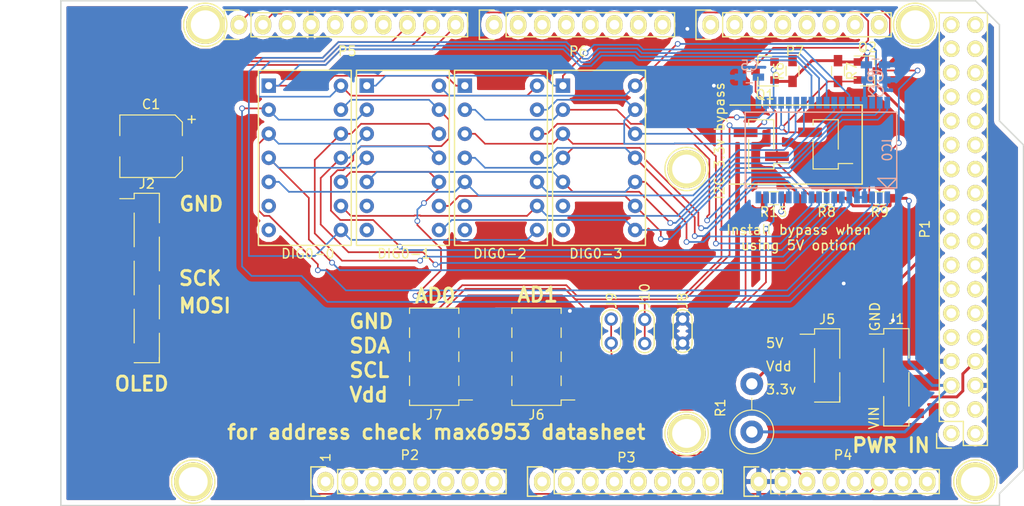
<source format=kicad_pcb>
(kicad_pcb (version 4) (host pcbnew 4.0.7)
  (title_block (date "mar. 31 mars 2015"))
  (layers (0 F.Cu signal) (31 B.Cu signal) (34 B.Paste user) (35 F.Paste user) (36 B.SilkS user) (37 F.SilkS user) (38 B.Mask user) (39 F.Mask user) (44 Edge.Cuts user))
  (net 0 "")
  (net 1 GND)
  (net 2 "/52(SCK)")
  (net 3 "/51(MOSI)")
  (net 4 +5V)
  (net 5 /Vin)
  (net 6 /SCL)
  (net 7 /SDA)
  (net 8 "/10(**)")
  (net 9 "/9(**)")
  (net 10 "/8(**)")
  (net 11 +3V3)
  (net 12 /matrixPower)
  (net 13 "Net-(C5-Pad1)")
  (net 14 /IC0-O15)
  (net 15 /IC0-O0)
  (net 16 /IC0-O2)
  (net 17 /IC0-O3)
  (net 18 /IC0-O14)
  (net 19 /IC0-O16)
  (net 20 /IC0-O6)
  (net 21 /IC0-O5)
  (net 22 /IC0-O4)
  (net 23 /IC0-O1)
  (net 24 /IC0-O18)
  (net 25 /IC0-O17)
  (net 26 /IC0-O20)
  (net 27 /IC0-O19)
  (net 28 /IC0-O21)
  (net 29 /IC0-O23)
  (net 30 /IC0-O22)
  (net 31 /IC0-O7)
  (net 32 /IC0-O9)
  (net 33 /IC0-O10)
  (net 34 /IC0-O13)
  (net 35 /IC0-O12)
  (net 36 /IC0-O11)
  (net 37 /IC0-O8)
  (net 38 /AD1)
  (net 39 "Net-(IC0-Pad15)")
  (net 40 /AD0)
  (net 41 /SDA5v)
  (net 42 /SCL5v)
  (net 43 "Net-(J5-Pad1)")
  (module "KiCAD Libraries:MAX6953" (layer B.Cu) (at 183.6 84.1 90)
    (fp_text reference IC0 (at 0 7 90) (layer B.SilkS) (effects (justify mirror)))
    (fp_text value MAX6953)
    (pad 15 smd rect (at -5 -4.2 90) (size 1.25 0.6) (layers B.Cu B.Paste B.Mask) (net 39 "Net-(IC0-Pad15)"))
    (pad 11 smd rect (at -5 -1 90) (size 1.25 0.6) (layers B.Cu B.Paste B.Mask) (net 37 /IC0-O8))
    (pad 10 smd rect (at -5 -0.2 90) (size 1.25 0.6) (layers B.Cu B.Paste B.Mask) (net 31 /IC0-O7))
    (pad 7 smd rect (at -5 2.2 90) (size 1.25 0.6) (layers B.Cu B.Paste B.Mask) (net 22 /IC0-O4))
    (pad 5 smd rect (at -5 3.8 90) (size 1.25 0.6) (layers B.Cu B.Paste B.Mask) (net 1 GND))
    (pad 4 smd rect (at -5 4.6 90) (size 1.25 0.6) (layers B.Cu B.Paste B.Mask) (net 1 GND))
    (pad 3 smd rect (at -5 5.4 90) (size 1.25 0.6) (layers B.Cu B.Paste B.Mask) (net 16 /IC0-O2))
    (pad 14 smd rect (at -5 -3.4 90) (size 1.25 0.6) (layers B.Cu B.Paste B.Mask) (net 36 /IC0-O11))
    (pad 12 smd rect (at -5 -1.8 90) (size 1.25 0.6) (layers B.Cu B.Paste B.Mask) (net 32 /IC0-O9))
    (pad 13 smd rect (at -5 -2.6 90) (size 1.25 0.6) (layers B.Cu B.Paste B.Mask) (net 33 /IC0-O10))
    (pad 17 smd rect (at -5 -5.8 90) (size 1.25 0.6) (layers B.Cu B.Paste B.Mask) (net 1 GND))
    (pad 8 smd rect (at -5 1.4 90) (size 1.25 0.6) (layers B.Cu B.Paste B.Mask) (net 21 /IC0-O5))
    (pad 6 smd rect (at -5 3 90) (size 1.25 0.6) (layers B.Cu B.Paste B.Mask) (net 17 /IC0-O3))
    (pad 2 smd rect (at -5 6.2 90) (size 1.25 0.6) (layers B.Cu B.Paste B.Mask) (net 23 /IC0-O1))
    (pad 1 smd rect (at -5 7 90) (size 1.25 0.6) (layers B.Cu B.Paste B.Mask) (net 15 /IC0-O0))
    (pad 18 smd rect (at -5 -6.6 90) (size 1.25 0.6) (layers B.Cu B.Paste B.Mask))
    (pad 16 smd rect (at -5 -5 90) (size 1.25 0.6) (layers B.Cu B.Paste B.Mask) (net 38 /AD1))
    (pad 9 smd rect (at -5 0.6 90) (size 1.25 0.6) (layers B.Cu B.Paste B.Mask) (net 20 /IC0-O6))
    (pad 19 smd rect (at 5 -6.6 90) (size 1.25 0.6) (layers B.Cu B.Paste B.Mask) (net 13 "Net-(C5-Pad1)"))
    (pad 20 smd rect (at 5 -5.8 90) (size 1.25 0.6) (layers B.Cu B.Paste B.Mask) (net 40 /AD0))
    (pad 21 smd rect (at 5 -5 90) (size 1.25 0.6) (layers B.Cu B.Paste B.Mask) (net 7 /SDA))
    (pad 22 smd rect (at 5 -4.2 90) (size 1.25 0.6) (layers B.Cu B.Paste B.Mask) (net 6 /SCL))
    (pad 23 smd rect (at 5 -3.4 90) (size 1.25 0.6) (layers B.Cu B.Paste B.Mask) (net 35 /IC0-O12))
    (pad 24 smd rect (at 5 -2.6 90) (size 1.25 0.6) (layers B.Cu B.Paste B.Mask) (net 34 /IC0-O13))
    (pad 25 smd rect (at 5 -1.8 90) (size 1.25 0.6) (layers B.Cu B.Paste B.Mask) (net 18 /IC0-O14))
    (pad 26 smd rect (at 5 -1 90) (size 1.25 0.6) (layers B.Cu B.Paste B.Mask) (net 14 /IC0-O15))
    (pad 27 smd rect (at 5 -0.2 90) (size 1.25 0.6) (layers B.Cu B.Paste B.Mask) (net 19 /IC0-O16))
    (pad 28 smd rect (at 5 0.6 90) (size 1.25 0.6) (layers B.Cu B.Paste B.Mask) (net 25 /IC0-O17))
    (pad 29 smd rect (at 5 1.4 90) (size 1.25 0.6) (layers B.Cu B.Paste B.Mask) (net 24 /IC0-O18))
    (pad 30 smd rect (at 5 2.2 90) (size 1.25 0.6) (layers B.Cu B.Paste B.Mask) (net 27 /IC0-O19))
    (pad 31 smd rect (at 5 3 90) (size 1.25 0.6) (layers B.Cu B.Paste B.Mask) (net 26 /IC0-O20))
    (pad 32 smd rect (at 5 3.8 90) (size 1.25 0.6) (layers B.Cu B.Paste B.Mask) (net 12 /matrixPower))
    (pad 33 smd rect (at 5 4.6 90) (size 1.25 0.6) (layers B.Cu B.Paste B.Mask) (net 12 /matrixPower))
    (pad 34 smd rect (at 5 5.4 90) (size 1.25 0.6) (layers B.Cu B.Paste B.Mask) (net 28 /IC0-O21))
    (pad 35 smd rect (at 5 6.2 90) (size 1.25 0.6) (layers B.Cu B.Paste B.Mask) (net 30 /IC0-O22))
    (pad 36 smd rect (at 5 7 90) (size 1.25 0.6) (layers B.Cu B.Paste B.Mask) (net 29 /IC0-O23))
  )
  (module Socket_Arduino_Mega:Socket_Strip_Arduino_2x18 (layer F.Cu) (at 197.358 114.046 90)
    (fp_text reference P1 (at 21.59 -2.794 90) (layer F.SilkS))
    (fp_text value Power)
    (pad 1 thru_hole circle (at 0 0 90) (size 1.7272 1.7272) (drill 1.016) (layers *.Cu *.Mask F.SilkS))
    (pad 2 thru_hole oval (at 0 2.54 90) (size 1.7272 1.7272) (drill 1.016) (layers *.Cu *.Mask F.SilkS))
    (pad 3 thru_hole oval (at 2.54 0 90) (size 1.7272 1.7272) (drill 1.016) (layers *.Cu *.Mask F.SilkS))
    (pad 4 thru_hole oval (at 2.54 2.54 90) (size 1.7272 1.7272) (drill 1.016) (layers *.Cu *.Mask F.SilkS))
    (pad 5 thru_hole oval (at 5.08 0 90) (size 1.7272 1.7272) (drill 1.016) (layers *.Cu *.Mask F.SilkS) (net 4 +5V))
    (pad 6 thru_hole oval (at 5.08 2.54 90) (size 1.7272 1.7272) (drill 1.016) (layers *.Cu *.Mask F.SilkS) (net 1 GND))
    (pad 7 thru_hole oval (at 7.62 0 90) (size 1.7272 1.7272) (drill 1.016) (layers *.Cu *.Mask F.SilkS) (net 1 GND))
    (pad 8 thru_hole oval (at 7.62 2.54 90) (size 1.7272 1.7272) (drill 1.016) (layers *.Cu *.Mask F.SilkS) (net 5 /Vin))
    (pad 9 thru_hole oval (at 10.16 0 90) (size 1.7272 1.7272) (drill 1.016) (layers *.Cu *.Mask F.SilkS))
    (pad 10 thru_hole oval (at 10.16 2.54 90) (size 1.7272 1.7272) (drill 1.016) (layers *.Cu *.Mask F.SilkS))
    (pad 11 thru_hole oval (at 12.7 0 90) (size 1.7272 1.7272) (drill 1.016) (layers *.Cu *.Mask F.SilkS))
    (pad 12 thru_hole oval (at 12.7 2.54 90) (size 1.7272 1.7272) (drill 1.016) (layers *.Cu *.Mask F.SilkS))
    (pad 13 thru_hole oval (at 15.24 0 90) (size 1.7272 1.7272) (drill 1.016) (layers *.Cu *.Mask F.SilkS))
    (pad 14 thru_hole oval (at 15.24 2.54 90) (size 1.7272 1.7272) (drill 1.016) (layers *.Cu *.Mask F.SilkS))
    (pad 15 thru_hole oval (at 17.78 0 90) (size 1.7272 1.7272) (drill 1.016) (layers *.Cu *.Mask F.SilkS))
    (pad 16 thru_hole oval (at 17.78 2.54 90) (size 1.7272 1.7272) (drill 1.016) (layers *.Cu *.Mask F.SilkS))
    (pad 17 thru_hole oval (at 20.32 0 90) (size 1.7272 1.7272) (drill 1.016) (layers *.Cu *.Mask F.SilkS))
    (pad 18 thru_hole oval (at 20.32 2.54 90) (size 1.7272 1.7272) (drill 1.016) (layers *.Cu *.Mask F.SilkS))
    (pad 19 thru_hole oval (at 22.86 0 90) (size 1.7272 1.7272) (drill 1.016) (layers *.Cu *.Mask F.SilkS))
    (pad 20 thru_hole oval (at 22.86 2.54 90) (size 1.7272 1.7272) (drill 1.016) (layers *.Cu *.Mask F.SilkS))
    (pad 21 thru_hole oval (at 25.4 0 90) (size 1.7272 1.7272) (drill 1.016) (layers *.Cu *.Mask F.SilkS))
    (pad 22 thru_hole oval (at 25.4 2.54 90) (size 1.7272 1.7272) (drill 1.016) (layers *.Cu *.Mask F.SilkS))
    (pad 23 thru_hole oval (at 27.94 0 90) (size 1.7272 1.7272) (drill 1.016) (layers *.Cu *.Mask F.SilkS))
    (pad 24 thru_hole oval (at 27.94 2.54 90) (size 1.7272 1.7272) (drill 1.016) (layers *.Cu *.Mask F.SilkS))
    (pad 25 thru_hole oval (at 30.48 0 90) (size 1.7272 1.7272) (drill 1.016) (layers *.Cu *.Mask F.SilkS))
    (pad 26 thru_hole oval (at 30.48 2.54 90) (size 1.7272 1.7272) (drill 1.016) (layers *.Cu *.Mask F.SilkS))
    (pad 27 thru_hole oval (at 33.02 0 90) (size 1.7272 1.7272) (drill 1.016) (layers *.Cu *.Mask F.SilkS))
    (pad 28 thru_hole oval (at 33.02 2.54 90) (size 1.7272 1.7272) (drill 1.016) (layers *.Cu *.Mask F.SilkS))
    (pad 29 thru_hole oval (at 35.56 0 90) (size 1.7272 1.7272) (drill 1.016) (layers *.Cu *.Mask F.SilkS))
    (pad 30 thru_hole oval (at 35.56 2.54 90) (size 1.7272 1.7272) (drill 1.016) (layers *.Cu *.Mask F.SilkS))
    (pad 31 thru_hole oval (at 38.1 0 90) (size 1.7272 1.7272) (drill 1.016) (layers *.Cu *.Mask F.SilkS))
    (pad 32 thru_hole oval (at 38.1 2.54 90) (size 1.7272 1.7272) (drill 1.016) (layers *.Cu *.Mask F.SilkS))
    (pad 33 thru_hole oval (at 40.64 0 90) (size 1.7272 1.7272) (drill 1.016) (layers *.Cu *.Mask F.SilkS))
    (pad 34 thru_hole oval (at 40.64 2.54 90) (size 1.7272 1.7272) (drill 1.016) (layers *.Cu *.Mask F.SilkS))
    (pad 35 thru_hole oval (at 43.18 0 90) (size 1.7272 1.7272) (drill 1.016) (layers *.Cu *.Mask F.SilkS))
    (pad 36 thru_hole oval (at 43.18 2.54 90) (size 1.7272 1.7272) (drill 1.016) (layers *.Cu *.Mask F.SilkS))
  )
  (module Socket_Arduino_Mega:Socket_Strip_Arduino_1x08 (layer F.Cu) (at 131.318 119.126)
    (fp_text reference P2 (at 8.89 -2.794) (layer F.SilkS))
    (fp_text value Analog)
    (pad 1 thru_hole oval (at 0 0) (size 1.7272 2.032) (drill 1.016) (layers *.Cu *.Mask F.SilkS))
    (pad 2 thru_hole oval (at 2.54 0) (size 1.7272 2.032) (drill 1.016) (layers *.Cu *.Mask F.SilkS))
    (pad 3 thru_hole oval (at 5.08 0) (size 1.7272 2.032) (drill 1.016) (layers *.Cu *.Mask F.SilkS))
    (pad 4 thru_hole oval (at 7.62 0) (size 1.7272 2.032) (drill 1.016) (layers *.Cu *.Mask F.SilkS))
    (pad 5 thru_hole oval (at 10.16 0) (size 1.7272 2.032) (drill 1.016) (layers *.Cu *.Mask F.SilkS))
    (pad 6 thru_hole oval (at 12.7 0) (size 1.7272 2.032) (drill 1.016) (layers *.Cu *.Mask F.SilkS))
    (pad 7 thru_hole oval (at 15.24 0) (size 1.7272 2.032) (drill 1.016) (layers *.Cu *.Mask F.SilkS))
    (pad 8 thru_hole oval (at 17.78 0) (size 1.7272 2.032) (drill 1.016) (layers *.Cu *.Mask F.SilkS))
  )
  (module Socket_Arduino_Mega:Socket_Strip_Arduino_1x08 (layer F.Cu) (at 154.178 119.126)
    (fp_text reference P3 (at 8.89 -2.54) (layer F.SilkS))
    (fp_text value Analog)
    (pad 1 thru_hole oval (at 0 0) (size 1.7272 2.032) (drill 1.016) (layers *.Cu *.Mask F.SilkS))
    (pad 2 thru_hole oval (at 2.54 0) (size 1.7272 2.032) (drill 1.016) (layers *.Cu *.Mask F.SilkS))
    (pad 3 thru_hole oval (at 5.08 0) (size 1.7272 2.032) (drill 1.016) (layers *.Cu *.Mask F.SilkS))
    (pad 4 thru_hole oval (at 7.62 0) (size 1.7272 2.032) (drill 1.016) (layers *.Cu *.Mask F.SilkS))
    (pad 5 thru_hole oval (at 10.16 0) (size 1.7272 2.032) (drill 1.016) (layers *.Cu *.Mask F.SilkS))
    (pad 6 thru_hole oval (at 12.7 0) (size 1.7272 2.032) (drill 1.016) (layers *.Cu *.Mask F.SilkS))
    (pad 7 thru_hole oval (at 15.24 0) (size 1.7272 2.032) (drill 1.016) (layers *.Cu *.Mask F.SilkS))
    (pad 8 thru_hole oval (at 17.78 0) (size 1.7272 2.032) (drill 1.016) (layers *.Cu *.Mask F.SilkS))
  )
  (module Socket_Arduino_Mega:Socket_Strip_Arduino_1x08 (layer F.Cu) (at 177.038 119.126)
    (fp_text reference P4 (at 8.89 -2.794) (layer F.SilkS))
    (fp_text value Digital)
    (pad 1 thru_hole oval (at 0 0) (size 1.7272 2.032) (drill 1.016) (layers *.Cu *.Mask F.SilkS) (net 1 GND))
    (pad 2 thru_hole oval (at 2.54 0) (size 1.7272 2.032) (drill 1.016) (layers *.Cu *.Mask F.SilkS) (net 1 GND))
    (pad 3 thru_hole oval (at 5.08 0) (size 1.7272 2.032) (drill 1.016) (layers *.Cu *.Mask F.SilkS) (net 2 "/52(SCK)"))
    (pad 4 thru_hole oval (at 7.62 0) (size 1.7272 2.032) (drill 1.016) (layers *.Cu *.Mask F.SilkS))
    (pad 5 thru_hole oval (at 10.16 0) (size 1.7272 2.032) (drill 1.016) (layers *.Cu *.Mask F.SilkS))
    (pad 6 thru_hole oval (at 12.7 0) (size 1.7272 2.032) (drill 1.016) (layers *.Cu *.Mask F.SilkS) (net 3 "/51(MOSI)"))
    (pad 7 thru_hole oval (at 15.24 0) (size 1.7272 2.032) (drill 1.016) (layers *.Cu *.Mask F.SilkS))
    (pad 8 thru_hole oval (at 17.78 0) (size 1.7272 2.032) (drill 1.016) (layers *.Cu *.Mask F.SilkS))
  )
  (module Socket_Arduino_Mega:Socket_Strip_Arduino_1x10 (layer F.Cu) (at 122.174 70.866)
    (fp_text reference P5 (at 11.43 2.794) (layer F.SilkS))
    (fp_text value PWM)
    (pad 1 thru_hole oval (at 0 0) (size 1.7272 2.032) (drill 1.016) (layers *.Cu *.Mask F.SilkS) (net 42 /SCL5v))
    (pad 2 thru_hole oval (at 2.54 0) (size 1.7272 2.032) (drill 1.016) (layers *.Cu *.Mask F.SilkS) (net 41 /SDA5v))
    (pad 3 thru_hole oval (at 5.08 0) (size 1.7272 2.032) (drill 1.016) (layers *.Cu *.Mask F.SilkS))
    (pad 4 thru_hole oval (at 7.62 0) (size 1.7272 2.032) (drill 1.016) (layers *.Cu *.Mask F.SilkS) (net 1 GND))
    (pad 5 thru_hole oval (at 10.16 0) (size 1.7272 2.032) (drill 1.016) (layers *.Cu *.Mask F.SilkS))
    (pad 6 thru_hole oval (at 12.7 0) (size 1.7272 2.032) (drill 1.016) (layers *.Cu *.Mask F.SilkS))
    (pad 7 thru_hole oval (at 15.24 0) (size 1.7272 2.032) (drill 1.016) (layers *.Cu *.Mask F.SilkS))
    (pad 8 thru_hole oval (at 17.78 0) (size 1.7272 2.032) (drill 1.016) (layers *.Cu *.Mask F.SilkS) (net 8 "/10(**)"))
    (pad 9 thru_hole oval (at 20.32 0) (size 1.7272 2.032) (drill 1.016) (layers *.Cu *.Mask F.SilkS) (net 9 "/9(**)"))
    (pad 10 thru_hole oval (at 22.86 0) (size 1.7272 2.032) (drill 1.016) (layers *.Cu *.Mask F.SilkS) (net 10 "/8(**)"))
  )
  (module Socket_Arduino_Mega:Socket_Strip_Arduino_1x08 (layer F.Cu) (at 149.098 70.866)
    (fp_text reference P6 (at 8.89 2.794) (layer F.SilkS))
    (fp_text value PWM)
    (pad 1 thru_hole oval (at 0 0) (size 1.7272 2.032) (drill 1.016) (layers *.Cu *.Mask F.SilkS))
    (pad 2 thru_hole oval (at 2.54 0) (size 1.7272 2.032) (drill 1.016) (layers *.Cu *.Mask F.SilkS))
    (pad 3 thru_hole oval (at 5.08 0) (size 1.7272 2.032) (drill 1.016) (layers *.Cu *.Mask F.SilkS))
    (pad 4 thru_hole oval (at 7.62 0) (size 1.7272 2.032) (drill 1.016) (layers *.Cu *.Mask F.SilkS))
    (pad 5 thru_hole oval (at 10.16 0) (size 1.7272 2.032) (drill 1.016) (layers *.Cu *.Mask F.SilkS))
    (pad 6 thru_hole oval (at 12.7 0) (size 1.7272 2.032) (drill 1.016) (layers *.Cu *.Mask F.SilkS))
    (pad 7 thru_hole oval (at 15.24 0) (size 1.7272 2.032) (drill 1.016) (layers *.Cu *.Mask F.SilkS))
    (pad 8 thru_hole oval (at 17.78 0) (size 1.7272 2.032) (drill 1.016) (layers *.Cu *.Mask F.SilkS))
  )
  (module Socket_Arduino_Mega:Socket_Strip_Arduino_1x08 (layer F.Cu) (at 171.958 70.866)
    (fp_text reference P7 (at 8.89 2.794) (layer F.SilkS))
    (fp_text value Communication)
    (pad 1 thru_hole oval (at 0 0) (size 1.7272 2.032) (drill 1.016) (layers *.Cu *.Mask F.SilkS))
    (pad 2 thru_hole oval (at 2.54 0) (size 1.7272 2.032) (drill 1.016) (layers *.Cu *.Mask F.SilkS))
    (pad 3 thru_hole oval (at 5.08 0) (size 1.7272 2.032) (drill 1.016) (layers *.Cu *.Mask F.SilkS))
    (pad 4 thru_hole oval (at 7.62 0) (size 1.7272 2.032) (drill 1.016) (layers *.Cu *.Mask F.SilkS))
    (pad 5 thru_hole oval (at 10.16 0) (size 1.7272 2.032) (drill 1.016) (layers *.Cu *.Mask F.SilkS))
    (pad 6 thru_hole oval (at 12.7 0) (size 1.7272 2.032) (drill 1.016) (layers *.Cu *.Mask F.SilkS))
    (pad 7 thru_hole oval (at 15.24 0) (size 1.7272 2.032) (drill 1.016) (layers *.Cu *.Mask F.SilkS))
    (pad 8 thru_hole oval (at 17.78 0) (size 1.7272 2.032) (drill 1.016) (layers *.Cu *.Mask F.SilkS))
  )
  (module Socket_Arduino_Mega:Arduino_1pin (layer F.Cu) (at 117.348 119.126)
    (fp_text reference P8 hide)
    (fp_text value CONN_01X01 hide)
    (pad 1 thru_hole circle (at 0 0) (size 4.064 4.064) (drill 3.048) (layers *.Cu *.Mask F.SilkS))
  )
  (module Socket_Arduino_Mega:Arduino_1pin (layer F.Cu) (at 169.418 114.046)
    (fp_text reference P9 hide)
    (fp_text value CONN_01X01 hide)
    (pad 1 thru_hole circle (at 0 0) (size 4.064 4.064) (drill 3.048) (layers *.Cu *.Mask F.SilkS))
  )
  (module Socket_Arduino_Mega:Arduino_1pin (layer F.Cu) (at 199.898 119.126)
    (fp_text reference P10 hide)
    (fp_text value CONN_01X01 hide)
    (pad 1 thru_hole circle (at 0 0) (size 4.064 4.064) (drill 3.048) (layers *.Cu *.Mask F.SilkS))
  )
  (module Socket_Arduino_Mega:Arduino_1pin (layer F.Cu) (at 118.618 70.866)
    (fp_text reference P11 hide)
    (fp_text value CONN_01X01 hide)
    (pad 1 thru_hole circle (at 0 0) (size 4.064 4.064) (drill 3.048) (layers *.Cu *.Mask F.SilkS))
  )
  (module Socket_Arduino_Mega:Arduino_1pin (layer F.Cu) (at 169.418 86.106)
    (fp_text reference P12 hide)
    (fp_text value CONN_01X01 hide)
    (pad 1 thru_hole circle (at 0 0) (size 4.064 4.064) (drill 3.048) (layers *.Cu *.Mask F.SilkS))
  )
  (module Socket_Arduino_Mega:Arduino_1pin (layer F.Cu) (at 193.548 70.866)
    (fp_text reference P13 hide)
    (fp_text value CONN_01X01 hide)
    (pad 1 thru_hole circle (at 0 0) (size 4.064 4.064) (drill 3.048) (layers *.Cu *.Mask F.SilkS))
  )
  (module Capacitors_SMD:CP_Elec_6.3x7.7 (layer F.Cu) (at 112.9 83.7 180)
    (fp_text reference C1 (at 0 4.43 180) (layer F.SilkS))
    (fp_text value 220uF)
    (fp_text user + (at -4.28 2.91 180) (layer F.SilkS))
    (pad 1 smd rect (at -2.7 0) (size 3.5 1.6) (layers F.Cu F.Paste F.Mask) (net 11 +3V3))
    (pad 2 smd rect (at 2.7 0) (size 3.5 1.6) (layers F.Cu F.Paste F.Mask) (net 1 GND))
  )
  (module Capacitors_SMD:C_0603_HandSoldering (layer B.Cu) (at 189.4 76.7)
    (fp_text reference C2 (at 0 1.25) (layer B.SilkS) (effects (justify mirror)))
    (fp_text value 47uF)
    (pad 1 smd rect (at -0.95 0) (size 1.2 0.75) (layers B.Cu B.Paste B.Mask) (net 12 /matrixPower))
    (pad 2 smd rect (at 0.95 0) (size 1.2 0.75) (layers B.Cu B.Paste B.Mask) (net 1 GND))
  )
  (module Capacitors_SMD:C_0603_HandSoldering (layer B.Cu) (at 176.05 76.4 180)
    (fp_text reference C5 (at 0 1.25 180) (layer B.SilkS) (effects (justify mirror)))
    (fp_text value 27pF)
    (pad 1 smd rect (at -0.95 0 180) (size 1.2 0.75) (layers B.Cu B.Paste B.Mask) (net 13 "Net-(C5-Pad1)"))
    (pad 2 smd rect (at 0.95 0 180) (size 1.2 0.75) (layers B.Cu B.Paste B.Mask) (net 1 GND))
  )
  (module Capacitors_SMD:C_0603_HandSoldering (layer B.Cu) (at 189.35 75.1)
    (fp_text reference C8 (at 0 1.25) (layer B.SilkS) (effects (justify mirror)))
    (fp_text value 100nF)
    (pad 1 smd rect (at -0.95 0) (size 1.2 0.75) (layers B.Cu B.Paste B.Mask) (net 12 /matrixPower))
    (pad 2 smd rect (at 0.95 0) (size 1.2 0.75) (layers B.Cu B.Paste B.Mask) (net 1 GND))
  )
  (module "KiCAD Libraries:LTP-305G" (layer F.Cu) (at 129.125001 84.925001)
    (fp_text reference DIG0-0 (at 0.324999 10.124999) (layer F.SilkS))
    (fp_text value LTP-305G)
    (pad 1 thru_hole rect (at -3.81 -7.62) (size 1.524 1.524) (drill 0.762) (layers *.Cu *.Mask) (net 14 /IC0-O15))
    (pad 2 thru_hole circle (at -3.81 -5.08) (size 1.524 1.524) (drill 0.762) (layers *.Cu *.Mask) (net 15 /IC0-O0))
    (pad 3 thru_hole circle (at -3.81 -2.54) (size 1.524 1.524) (drill 0.762) (layers *.Cu *.Mask) (net 16 /IC0-O2))
    (pad 4 thru_hole circle (at -3.81 0) (size 1.524 1.524) (drill 0.762) (layers *.Cu *.Mask) (net 17 /IC0-O3))
    (pad 5 thru_hole circle (at -3.81 2.54) (size 1.524 1.524) (drill 0.762) (layers *.Cu *.Mask) (net 18 /IC0-O14))
    (pad 6 thru_hole circle (at -3.81 5.08) (size 1.524 1.524) (drill 0.762) (layers *.Cu *.Mask))
    (pad 7 thru_hole circle (at -3.81 7.62) (size 1.524 1.524) (drill 0.762) (layers *.Cu *.Mask))
    (pad 8 thru_hole circle (at 3.81 -7.62) (size 1.524 1.524) (drill 0.762) (layers *.Cu *.Mask) (net 19 /IC0-O16))
    (pad 9 thru_hole circle (at 3.81 -5.08) (size 1.524 1.524) (drill 0.762) (layers *.Cu *.Mask) (net 20 /IC0-O6))
    (pad 10 thru_hole circle (at 3.81 -2.54) (size 1.524 1.524) (drill 0.762) (layers *.Cu *.Mask) (net 21 /IC0-O5))
    (pad 11 thru_hole circle (at 3.81 0) (size 1.524 1.524) (drill 0.762) (layers *.Cu *.Mask) (net 22 /IC0-O4))
    (pad 12 thru_hole circle (at 3.81 2.54) (size 1.524 1.524) (drill 0.762) (layers *.Cu *.Mask) (net 23 /IC0-O1))
    (pad 13 thru_hole circle (at 3.81 5.08) (size 1.524 1.524) (drill 0.762) (layers *.Cu *.Mask) (net 24 /IC0-O18))
    (pad 14 thru_hole circle (at 3.81 7.62) (size 1.524 1.524) (drill 0.762) (layers *.Cu *.Mask) (net 25 /IC0-O17))
  )
  (module "KiCAD Libraries:LTP-305G" (layer F.Cu) (at 139.475001 84.925001)
    (fp_text reference DIG0-1 (at 0.108332 10.124999) (layer F.SilkS))
    (fp_text value LTP-305G)
    (pad 1 thru_hole rect (at -3.81 -7.62) (size 1.524 1.524) (drill 0.762) (layers *.Cu *.Mask) (net 26 /IC0-O20))
    (pad 2 thru_hole circle (at -3.81 -5.08) (size 1.524 1.524) (drill 0.762) (layers *.Cu *.Mask) (net 15 /IC0-O0))
    (pad 3 thru_hole circle (at -3.81 -2.54) (size 1.524 1.524) (drill 0.762) (layers *.Cu *.Mask) (net 16 /IC0-O2))
    (pad 4 thru_hole circle (at -3.81 0) (size 1.524 1.524) (drill 0.762) (layers *.Cu *.Mask) (net 17 /IC0-O3))
    (pad 5 thru_hole circle (at -3.81 2.54) (size 1.524 1.524) (drill 0.762) (layers *.Cu *.Mask) (net 27 /IC0-O19))
    (pad 6 thru_hole circle (at -3.81 5.08) (size 1.524 1.524) (drill 0.762) (layers *.Cu *.Mask))
    (pad 7 thru_hole circle (at -3.81 7.62) (size 1.524 1.524) (drill 0.762) (layers *.Cu *.Mask))
    (pad 8 thru_hole circle (at 3.81 -7.62) (size 1.524 1.524) (drill 0.762) (layers *.Cu *.Mask) (net 28 /IC0-O21))
    (pad 9 thru_hole circle (at 3.81 -5.08) (size 1.524 1.524) (drill 0.762) (layers *.Cu *.Mask) (net 20 /IC0-O6))
    (pad 10 thru_hole circle (at 3.81 -2.54) (size 1.524 1.524) (drill 0.762) (layers *.Cu *.Mask) (net 21 /IC0-O5))
    (pad 11 thru_hole circle (at 3.81 0) (size 1.524 1.524) (drill 0.762) (layers *.Cu *.Mask) (net 22 /IC0-O4))
    (pad 12 thru_hole circle (at 3.81 2.54) (size 1.524 1.524) (drill 0.762) (layers *.Cu *.Mask) (net 23 /IC0-O1))
    (pad 13 thru_hole circle (at 3.81 5.08) (size 1.524 1.524) (drill 0.762) (layers *.Cu *.Mask) (net 29 /IC0-O23))
    (pad 14 thru_hole circle (at 3.81 7.62) (size 1.524 1.524) (drill 0.762) (layers *.Cu *.Mask) (net 30 /IC0-O22))
  )
  (module "KiCAD Libraries:LTP-305G" (layer F.Cu) (at 149.825001 84.925001)
    (fp_text reference DIG0-2 (at -0.108335 10.124999) (layer F.SilkS))
    (fp_text value LTP-305G)
    (pad 1 thru_hole rect (at -3.81 -7.62) (size 1.524 1.524) (drill 0.762) (layers *.Cu *.Mask) (net 14 /IC0-O15))
    (pad 2 thru_hole circle (at -3.81 -5.08) (size 1.524 1.524) (drill 0.762) (layers *.Cu *.Mask) (net 31 /IC0-O7))
    (pad 3 thru_hole circle (at -3.81 -2.54) (size 1.524 1.524) (drill 0.762) (layers *.Cu *.Mask) (net 32 /IC0-O9))
    (pad 4 thru_hole circle (at -3.81 0) (size 1.524 1.524) (drill 0.762) (layers *.Cu *.Mask) (net 33 /IC0-O10))
    (pad 5 thru_hole circle (at -3.81 2.54) (size 1.524 1.524) (drill 0.762) (layers *.Cu *.Mask) (net 18 /IC0-O14))
    (pad 6 thru_hole circle (at -3.81 5.08) (size 1.524 1.524) (drill 0.762) (layers *.Cu *.Mask))
    (pad 7 thru_hole circle (at -3.81 7.62) (size 1.524 1.524) (drill 0.762) (layers *.Cu *.Mask))
    (pad 8 thru_hole circle (at 3.81 -7.62) (size 1.524 1.524) (drill 0.762) (layers *.Cu *.Mask) (net 19 /IC0-O16))
    (pad 9 thru_hole circle (at 3.81 -5.08) (size 1.524 1.524) (drill 0.762) (layers *.Cu *.Mask) (net 34 /IC0-O13))
    (pad 10 thru_hole circle (at 3.81 -2.54) (size 1.524 1.524) (drill 0.762) (layers *.Cu *.Mask) (net 35 /IC0-O12))
    (pad 11 thru_hole circle (at 3.81 0) (size 1.524 1.524) (drill 0.762) (layers *.Cu *.Mask) (net 36 /IC0-O11))
    (pad 12 thru_hole circle (at 3.81 2.54) (size 1.524 1.524) (drill 0.762) (layers *.Cu *.Mask) (net 37 /IC0-O8))
    (pad 13 thru_hole circle (at 3.81 5.08) (size 1.524 1.524) (drill 0.762) (layers *.Cu *.Mask) (net 24 /IC0-O18))
    (pad 14 thru_hole circle (at 3.81 7.62) (size 1.524 1.524) (drill 0.762) (layers *.Cu *.Mask) (net 25 /IC0-O17))
  )
  (module "KiCAD Libraries:LTP-305G" (layer F.Cu) (at 160.175001 84.925001)
    (fp_text reference DIG0-3 (at -0.325002 10.124999) (layer F.SilkS))
    (fp_text value LTP-305G)
    (pad 1 thru_hole rect (at -3.81 -7.62) (size 1.524 1.524) (drill 0.762) (layers *.Cu *.Mask) (net 26 /IC0-O20))
    (pad 2 thru_hole circle (at -3.81 -5.08) (size 1.524 1.524) (drill 0.762) (layers *.Cu *.Mask) (net 31 /IC0-O7))
    (pad 3 thru_hole circle (at -3.81 -2.54) (size 1.524 1.524) (drill 0.762) (layers *.Cu *.Mask) (net 32 /IC0-O9))
    (pad 4 thru_hole circle (at -3.81 0) (size 1.524 1.524) (drill 0.762) (layers *.Cu *.Mask) (net 33 /IC0-O10))
    (pad 5 thru_hole circle (at -3.81 2.54) (size 1.524 1.524) (drill 0.762) (layers *.Cu *.Mask) (net 27 /IC0-O19))
    (pad 6 thru_hole circle (at -3.81 5.08) (size 1.524 1.524) (drill 0.762) (layers *.Cu *.Mask))
    (pad 7 thru_hole circle (at -3.81 7.62) (size 1.524 1.524) (drill 0.762) (layers *.Cu *.Mask))
    (pad 8 thru_hole circle (at 3.81 -7.62) (size 1.524 1.524) (drill 0.762) (layers *.Cu *.Mask) (net 28 /IC0-O21))
    (pad 9 thru_hole circle (at 3.81 -5.08) (size 1.524 1.524) (drill 0.762) (layers *.Cu *.Mask) (net 34 /IC0-O13))
    (pad 10 thru_hole circle (at 3.81 -2.54) (size 1.524 1.524) (drill 0.762) (layers *.Cu *.Mask) (net 35 /IC0-O12))
    (pad 11 thru_hole circle (at 3.81 0) (size 1.524 1.524) (drill 0.762) (layers *.Cu *.Mask) (net 36 /IC0-O11))
    (pad 12 thru_hole circle (at 3.81 2.54) (size 1.524 1.524) (drill 0.762) (layers *.Cu *.Mask) (net 37 /IC0-O8))
    (pad 13 thru_hole circle (at 3.81 5.08) (size 1.524 1.524) (drill 0.762) (layers *.Cu *.Mask) (net 29 /IC0-O23))
    (pad 14 thru_hole circle (at 3.81 7.62) (size 1.524 1.524) (drill 0.762) (layers *.Cu *.Mask) (net 30 /IC0-O22))
  )
  (module Pin_Headers:Pin_Header_Straight_1x07_Pitch2.54mm_SMD_Pin1Left (layer F.Cu) (at 112.445 97.62)
    (fp_text reference J2 (at 0 -9.95) (layer F.SilkS))
    (fp_text value "OLED DISP")
    (pad 1 smd rect (at -1.655 -7.62) (size 2.51 1) (layers F.Cu F.Paste F.Mask) (net 1 GND))
    (pad 3 smd rect (at -1.655 -2.54) (size 2.51 1) (layers F.Cu F.Paste F.Mask) (net 10 "/8(**)"))
    (pad 5 smd rect (at -1.655 2.54) (size 2.51 1) (layers F.Cu F.Paste F.Mask) (net 3 "/51(MOSI)"))
    (pad 7 smd rect (at -1.655 7.62) (size 2.51 1) (layers F.Cu F.Paste F.Mask) (net 9 "/9(**)"))
    (pad 2 smd rect (at 1.655 -5.08) (size 2.51 1) (layers F.Cu F.Paste F.Mask) (net 11 +3V3))
    (pad 4 smd rect (at 1.655 0) (size 2.51 1) (layers F.Cu F.Paste F.Mask) (net 2 "/52(SCK)"))
    (pad 6 smd rect (at 1.655 5.08) (size 2.51 1) (layers F.Cu F.Paste F.Mask) (net 8 "/10(**)"))
  )
  (module TO_SOT_Packages_SMD:SOT-23 (layer F.Cu) (at 177.7 75.75 180)
    (fp_text reference Q1 (at 0 -2.5 180) (layer F.SilkS))
    (fp_text value BSS138)
    (pad 1 smd rect (at -1 -0.95 180) (size 0.9 0.8) (layers F.Cu F.Paste F.Mask) (net 12 /matrixPower))
    (pad 2 smd rect (at -1 0.95 180) (size 0.9 0.8) (layers F.Cu F.Paste F.Mask) (net 7 /SDA))
    (pad 3 smd rect (at 1 0 180) (size 0.9 0.8) (layers F.Cu F.Paste F.Mask) (net 41 /SDA5v))
  )
  (module TO_SOT_Packages_SMD:SOT-23 (layer F.Cu) (at 188.5 75.75)
    (fp_text reference Q2 (at 0 -2.5) (layer F.SilkS))
    (fp_text value BSS138)
    (pad 1 smd rect (at -1 -0.95) (size 0.9 0.8) (layers F.Cu F.Paste F.Mask) (net 12 /matrixPower))
    (pad 2 smd rect (at -1 0.95) (size 0.9 0.8) (layers F.Cu F.Paste F.Mask) (net 6 /SCL))
    (pad 3 smd rect (at 1 0) (size 0.9 0.8) (layers F.Cu F.Paste F.Mask) (net 42 /SCL5v))
  )
  (module Resistors_SMD:R_0603_HandSoldering (layer F.Cu) (at 180.6 75.750001 90)
    (fp_text reference R6 (at 0 -1.45 90) (layer F.SilkS))
    (fp_text value 10k)
    (pad 1 smd rect (at -1.1 0 90) (size 1.2 0.9) (layers F.Cu F.Paste F.Mask) (net 12 /matrixPower))
    (pad 2 smd rect (at 1.1 0 90) (size 1.2 0.9) (layers F.Cu F.Paste F.Mask) (net 7 /SDA))
  )
  (module Resistors_SMD:R_0603_HandSoldering (layer F.Cu) (at 185.4 75.760001 270)
    (fp_text reference R7 (at 0 -1.45 270) (layer F.SilkS))
    (fp_text value 10k)
    (pad 1 smd rect (at -1.1 0 270) (size 1.2 0.9) (layers F.Cu F.Paste F.Mask) (net 12 /matrixPower))
    (pad 2 smd rect (at 1.1 0 270) (size 1.2 0.9) (layers F.Cu F.Paste F.Mask) (net 6 /SCL))
  )
  (module Resistors_SMD:R_0603_HandSoldering (layer F.Cu) (at 184.1975 89.2 180)
    (fp_text reference R8 (at 0 -1.45 180) (layer F.SilkS))
    (fp_text value 10k)
    (pad 1 smd rect (at -1.1 0 180) (size 1.2 0.9) (layers F.Cu F.Paste F.Mask) (net 4 +5V))
    (pad 2 smd rect (at 1.1 0 180) (size 1.2 0.9) (layers F.Cu F.Paste F.Mask) (net 41 /SDA5v))
  )
  (module Resistors_SMD:R_0603_HandSoldering (layer F.Cu) (at 189.8 89.2 180)
    (fp_text reference R9 (at 0 -1.45 180) (layer F.SilkS))
    (fp_text value 10k)
    (pad 1 smd rect (at -1.1 0 180) (size 1.2 0.9) (layers F.Cu F.Paste F.Mask) (net 4 +5V))
    (pad 2 smd rect (at 1.1 0 180) (size 1.2 0.9) (layers F.Cu F.Paste F.Mask) (net 42 /SCL5v))
  )
  (module Resistors_SMD:R_0603_HandSoldering (layer F.Cu) (at 178.6 89.2 180)
    (fp_text reference R15 (at 0 -1.45 180) (layer F.SilkS))
    (fp_text value 53.6k)
    (pad 1 smd rect (at -1.1 0 180) (size 1.2 0.9) (layers F.Cu F.Paste F.Mask) (net 39 "Net-(IC0-Pad15)"))
    (pad 2 smd rect (at 1.1 0 180) (size 1.2 0.9) (layers F.Cu F.Paste F.Mask) (net 1 GND))
  )
  (module Pin_Headers:Pin_Header_Straight_1x04_Pitch2.54mm_SMD_Pin1Left (layer F.Cu) (at 191.555 108.11)
    (fp_text reference J1 (at 0 -6.14) (layer F.SilkS))
    (fp_text value "PWR IN ")
    (pad 1 smd rect (at -1.655 -3.81) (size 2.51 1) (layers F.Cu F.Paste F.Mask) (net 1 GND))
    (pad 3 smd rect (at -1.655 1.27) (size 2.51 1) (layers F.Cu F.Paste F.Mask))
    (pad 2 smd rect (at 1.655 -1.27) (size 2.51 1) (layers F.Cu F.Paste F.Mask) (net 11 +3V3))
    (pad 4 smd rect (at 1.655 3.81) (size 2.51 1) (layers F.Cu F.Paste F.Mask) (net 5 /Vin))
  )
  (module Pin_Headers:Pin_Header_Straight_2x04_Pitch2.54mm_SMD (layer F.Cu) (at 142.777495 105.936055 180)
    (fp_text reference J7 (at 0 -6.14 180) (layer F.SilkS))
    (fp_text value ADD0)
    (pad 1 smd rect (at -2.525 -3.81 180) (size 3.15 1) (layers F.Cu F.Paste F.Mask) (net 12 /matrixPower))
    (pad 2 smd rect (at 2.525 -3.81 180) (size 3.15 1) (layers F.Cu F.Paste F.Mask) (net 40 /AD0))
    (pad 3 smd rect (at -2.525 -1.27 180) (size 3.15 1) (layers F.Cu F.Paste F.Mask) (net 6 /SCL))
    (pad 4 smd rect (at 2.525 -1.27 180) (size 3.15 1) (layers F.Cu F.Paste F.Mask) (net 40 /AD0))
    (pad 5 smd rect (at -2.525 1.27 180) (size 3.15 1) (layers F.Cu F.Paste F.Mask) (net 7 /SDA))
    (pad 6 smd rect (at 2.525 1.27 180) (size 3.15 1) (layers F.Cu F.Paste F.Mask) (net 40 /AD0))
    (pad 7 smd rect (at -2.525 3.81 180) (size 3.15 1) (layers F.Cu F.Paste F.Mask) (net 1 GND))
    (pad 8 smd rect (at 2.525 3.81 180) (size 3.15 1) (layers F.Cu F.Paste F.Mask) (net 40 /AD0))
  )
  (module Pin_Headers:Pin_Header_Straight_2x04_Pitch2.54mm_SMD (layer F.Cu) (at 153.577495 105.936055 180)
    (fp_text reference J6 (at 0 -6.14 180) (layer F.SilkS))
    (fp_text value ADD1)
    (pad 1 smd rect (at -2.525 -3.81 180) (size 3.15 1) (layers F.Cu F.Paste F.Mask) (net 12 /matrixPower))
    (pad 2 smd rect (at 2.525 -3.81 180) (size 3.15 1) (layers F.Cu F.Paste F.Mask) (net 38 /AD1))
    (pad 3 smd rect (at -2.525 -1.27 180) (size 3.15 1) (layers F.Cu F.Paste F.Mask) (net 6 /SCL))
    (pad 4 smd rect (at 2.525 -1.27 180) (size 3.15 1) (layers F.Cu F.Paste F.Mask) (net 38 /AD1))
    (pad 5 smd rect (at -2.525 1.27 180) (size 3.15 1) (layers F.Cu F.Paste F.Mask) (net 7 /SDA))
    (pad 6 smd rect (at 2.525 1.27 180) (size 3.15 1) (layers F.Cu F.Paste F.Mask) (net 38 /AD1))
    (pad 7 smd rect (at -2.525 3.81 180) (size 3.15 1) (layers F.Cu F.Paste F.Mask) (net 1 GND))
    (pad 8 smd rect (at 2.525 3.81 180) (size 3.15 1) (layers F.Cu F.Paste F.Mask) (net 38 /AD1))
  )
  (module Pin_Headers:Pin_Header_Straight_1x03_Pitch2.54mm_SMD_Pin1Left (layer F.Cu) (at 184.255 106.86)
    (fp_text reference J5 (at 0 -4.87) (layer F.SilkS))
    (fp_text value "Pwr sel")
    (pad 1 smd rect (at -1.655 -2.54) (size 2.51 1) (layers F.Cu F.Paste F.Mask) (net 43 "Net-(J5-Pad1)"))
    (pad 3 smd rect (at -1.655 2.54) (size 2.51 1) (layers F.Cu F.Paste F.Mask) (net 11 +3V3))
    (pad 2 smd rect (at 1.655 0) (size 2.51 1) (layers F.Cu F.Paste F.Mask) (net 12 /matrixPower))
  )
  (module Pin_Headers:Pin_Header_Straight_1x02_Pitch2.54mm_SMD_Pin1Left (layer F.Cu) (at 177.3 83.5 180)
    (fp_text reference J3 hide)
    (fp_text value "SDA bypass")
    (pad 1 smd rect (at -1.655 -1.27 180) (size 2.51 1) (layers F.Cu F.Paste F.Mask) (net 41 /SDA5v))
    (pad 2 smd rect (at 1.655 1.27 180) (size 2.51 1) (layers F.Cu F.Paste F.Mask) (net 7 /SDA))
  )
  (module Pin_Headers:Pin_Header_Straight_1x02_Pitch2.54mm_SMD_Pin1Left (layer F.Cu) (at 184.1 83.5 180)
    (fp_text reference J4 hide)
    (fp_text value "SCL bypass")
    (pad 1 smd rect (at -1.655 -1.27 180) (size 2.51 1) (layers F.Cu F.Paste F.Mask) (net 42 /SCL5v))
    (pad 2 smd rect (at 1.655 1.27 180) (size 2.51 1) (layers F.Cu F.Paste F.Mask) (net 6 /SCL))
  )
  (module Resistors_THT:R_Axial_DIN0414_L11.9mm_D4.5mm_P5.08mm_Vertical (layer F.Cu) (at 176.3 113.88 90)
    (fp_text reference R1 (at 2.54 -3.31 90) (layer F.SilkS))
    (fp_text value 5)
    (pad 1 thru_hole circle (at 0 0 90) (size 2.4 2.4) (drill 1.2) (layers *.Cu *.Mask) (net 4 +5V))
    (pad 2 thru_hole oval (at 5.08 0 90) (size 2.4 2.4) (drill 1.2) (layers *.Cu *.Mask) (net 43 "Net-(J5-Pad1)"))
  )
  (module Measurement_Points:Test_Point (layer F.Cu) (at 169 104.5 90)
    (fp_text reference J8 (at 4.5 0 90) (layer F.SilkS))
    (fp_text value GND)
    (pad 1 thru_hole circle (at 0 0 90) (size 1.4 1.4) (drill 0.8128) (layers *.Cu *.Mask) (net 1 GND))
    (pad 1 thru_hole circle (at 2.54 0 90) (size 1.4 1.4) (drill 0.8128) (layers *.Cu *.Mask) (net 1 GND))
  )
  (module Measurement_Points:Test_Point (layer F.Cu) (at 161.46 104.5 90)
    (fp_text reference J9 (at 4.5 0.04 90) (layer F.SilkS))
    (fp_text value SDA)
    (pad 1 thru_hole circle (at 0 0 90) (size 1.4 1.4) (drill 0.8128) (layers *.Cu *.Mask) (net 7 /SDA))
    (pad 1 thru_hole circle (at 2.54 0 90) (size 1.4 1.4) (drill 0.8128) (layers *.Cu *.Mask) (net 7 /SDA))
  )
  (module Measurement_Points:Test_Point (layer F.Cu) (at 165 104.54 90)
    (fp_text reference J10 (at 5.04 0 90) (layer F.SilkS))
    (fp_text value SCL)
    (pad 1 thru_hole circle (at 0 0 90) (size 1.4 1.4) (drill 0.8128) (layers *.Cu *.Mask) (net 6 /SCL))
    (pad 1 thru_hole circle (at 2.54 0 90) (size 1.4 1.4) (drill 0.8128) (layers *.Cu *.Mask) (net 6 /SCL))
  )
  (gr_text MOSI (at 118.578572 100.55) (layer F.SilkS) (effects (font (size 1.5 1.5) (thickness 0.3))))
  (gr_text SCK (at 118.078571 97.65) (layer F.SilkS) (effects (font (size 1.5 1.5) (thickness 0.3))))
  (gr_text GND (at 118.2 89.8) (layer F.SilkS) (effects (font (size 1.5 1.5) (thickness 0.3))))
  (gr_text GND (at 189.3 101.7 90) (layer F.SilkS) (effects (font (size 1.016 1.016) (thickness 0.1524))))
  (gr_text VIN (at 189.2 112.4 90) (layer F.SilkS) (effects (font (size 1.016 1.016) (thickness 0.1524))))
  (gr_line (start 187.95 79.35) (end 174 79.35) (layer F.SilkS) (width 0.15))
  (gr_line (start 187.95 87.7) (end 187.95 79.35) (layer F.SilkS) (width 0.15))
  (gr_line (start 173.95 87.7) (end 187.95 87.7) (layer F.SilkS) (width 0.15))
  (gr_text "Install bypass when\nusing 5V option" (at 181.25 93.35) (layer F.SilkS) (effects (font (size 1.016 1.016) (thickness 0.1524))))
  (gr_text "I2C 3.3v bypass" (at 172.9 83.15 90) (layer F.SilkS) (effects (font (size 1.016 1.016) (thickness 0.1524))))
  (gr_text Vdd (at 179.158095 106.95) (layer F.SilkS) (effects (font (size 1.016 1.016) (thickness 0.1524))))
  (gr_text Vdd (at 135.864286 109.949999) (layer F.SilkS) (effects (font (size 1.5 1.5) (thickness 0.3))))
  (gr_text SCL (at 135.935714 107.366666) (layer F.SilkS) (effects (font (size 1.5 1.5) (thickness 0.3))))
  (gr_text SDA (at 135.971428 104.783333) (layer F.SilkS) (effects (font (size 1.5 1.5) (thickness 0.3))))
  (gr_text GND (at 136.15 102.2) (layer F.SilkS) (effects (font (size 1.5 1.5) (thickness 0.3))))
  (gr_text 5V (at 178.722667 104.5) (layer F.SilkS) (effects (font (size 1.016 1.016) (thickness 0.1524))))
  (gr_text 3.3v (at 179.4 109.4) (layer F.SilkS) (effects (font (size 1.016 1.016) (thickness 0.1524))))
  (gr_text "PWR IN" (at 191 115.3) (layer F.SilkS) (effects (font (size 1.5 1.5) (thickness 0.3))))
  (gr_text OLED (at 111.9 108.8) (layer F.SilkS) (effects (font (size 1.5 1.5) (thickness 0.3))))
  (gr_text AD1 (at 153.7 99.4) (layer F.SilkS) (effects (font (size 1.5 1.5) (thickness 0.3))))
  (gr_text AD0 (at 142.9 99.5) (layer F.SilkS) (effects (font (size 1.5 1.5) (thickness 0.3))))
  (gr_text "for address check max6953 datasheet" (at 143 113.9) (layer F.SilkS) (effects (font (size 1.5 1.5) (thickness 0.3))))
  (gr_text 1 (at 131.318 116.586 90) (layer F.SilkS) (effects (font (size 1 1))))
  (gr_line (start 202.438 121.666) (end 103.378 121.666) (angle 90) (layer Edge.Cuts) (width 0.15))
  (gr_line (start 202.438 120.396) (end 202.438 121.666) (angle 90) (layer Edge.Cuts) (width 0.15))
  (gr_line (start 204.978 117.856) (end 202.438 120.396) (angle 90) (layer Edge.Cuts) (width 0.15))
  (gr_line (start 204.978 83.566) (end 204.978 117.856) (angle 90) (layer Edge.Cuts) (width 0.15))
  (gr_line (start 202.438 81.026) (end 204.978 83.566) (angle 90) (layer Edge.Cuts) (width 0.15))
  (gr_line (start 202.438 70.866) (end 202.438 81.026) (angle 90) (layer Edge.Cuts) (width 0.15))
  (gr_line (start 199.898 68.326) (end 202.438 70.866) (angle 90) (layer Edge.Cuts) (width 0.15))
  (gr_line (start 103.378 68.326) (end 199.898 68.326) (angle 90) (layer Edge.Cuts) (width 0.15))
  (gr_line (start 103.378 121.666) (end 103.378 68.326) (angle 90) (layer Edge.Cuts) (width 0.15))
  (segment (start 186 98.2) (end 189.9 102.1) (width 0.3048) (layer B.Cu) (net 1))
  (segment (start 189.9 102.1) (end 191.2 102.1) (width 0.3048) (layer B.Cu) (net 1))
  (via (at 191.2 102.1) (size 0.6) (drill 0.4) (layers F.Cu B.Cu) (net 1))
  (segment (start 177.5 90.6) (end 178.4 90.6) (width 0.3048) (layer F.Cu) (net 1))
  (segment (start 178.4 90.6) (end 186 98.2) (width 0.3048) (layer F.Cu) (net 1))
  (via (at 186 98.2) (size 0.6) (drill 0.4) (layers F.Cu B.Cu) (net 1))
  (segment (start 172.3 77.3) (end 169.5 74.5) (width 0.3048) (layer F.Cu) (net 1))
  (segment (start 169.5 74.5) (end 169.5 71.3) (width 0.3048) (layer F.Cu) (net 1))
  (via (at 169.5 71.3) (size 0.6) (drill 0.4) (layers F.Cu B.Cu) (net 1))
  (segment (start 175.1 76.4) (end 173.2 76.4) (width 0.3048) (layer B.Cu) (net 1))
  (segment (start 173.2 76.4) (end 172.3 77.3) (width 0.3048) (layer B.Cu) (net 1))
  (via (at 172.3 77.3) (size 0.6) (drill 0.4) (layers F.Cu B.Cu) (net 1))
  (segment (start 177.5 90.6) (end 177.5 89.2) (width 0.3048) (layer F.Cu) (net 1))
  (segment (start 177.8 89.1) (end 177.8 90.3) (width 0.3048) (layer B.Cu) (net 1))
  (segment (start 177.8 90.3) (end 177.5 90.6) (width 0.3048) (layer B.Cu) (net 1))
  (via (at 177.5 90.6) (size 0.6) (drill 0.4) (layers F.Cu B.Cu) (net 1))
  (segment (start 195.1 74.8) (end 191.5048 74.8) (width 0.3048) (layer B.Cu) (net 1))
  (segment (start 191.5048 74.8) (end 191.2048 75.1) (width 0.3048) (layer B.Cu) (net 1))
  (segment (start 191.2048 75.1) (end 190.3 75.1) (width 0.3048) (layer B.Cu) (net 1))
  (segment (start 195.2 74.9) (end 195.1 74.8) (width 0.3048) (layer B.Cu) (net 1))
  (segment (start 195.2 82.1) (end 195.2 74.9) (width 0.3048) (layer B.Cu) (net 1))
  (segment (start 192.6 84.7) (end 195.2 82.1) (width 0.3048) (layer B.Cu) (net 1))
  (segment (start 191.6702 84.7) (end 192.6 84.7) (width 0.3048) (layer B.Cu) (net 1))
  (segment (start 188.2 89.1) (end 188.2 88.1702) (width 0.3048) (layer B.Cu) (net 1))
  (segment (start 188.2 88.1702) (end 191.6702 84.7) (width 0.3048) (layer B.Cu) (net 1))
  (segment (start 188.2 89.1) (end 187.4 89.1) (width 0.3048) (layer B.Cu) (net 1))
  (segment (start 187.4 89.1) (end 187.4 88.1702) (width 0.3048) (layer B.Cu) (net 1))
  (segment (start 157.1 101.1) (end 157.6 101.6) (width 0.3048) (layer B.Cu) (net 1))
  (segment (start 156.102495 102.126055) (end 156.102495 102.097505) (width 0.3048) (layer F.Cu) (net 1))
  (segment (start 156.102495 102.097505) (end 157.1 101.1) (width 0.3048) (layer F.Cu) (net 1))
  (via (at 157.1 101.1) (size 0.6) (drill 0.4) (layers F.Cu B.Cu) (net 1))
  (segment (start 114.1 97.62) (end 114.1 98.2978) (width 0.1778) (layer F.Cu) (net 2))
  (segment (start 182.118 118.9736) (end 182.118 119.126) (width 0.1778) (layer F.Cu) (net 2))
  (segment (start 114.1 98.2978) (end 131.808693 116.006493) (width 0.1778) (layer F.Cu) (net 2))
  (segment (start 167.943559 116.006493) (end 168.303967 116.366901) (width 0.1778) (layer F.Cu) (net 2))
  (segment (start 131.808693 116.006493) (end 167.943559 116.006493) (width 0.1778) (layer F.Cu) (net 2))
  (segment (start 168.303967 116.366901) (end 170.532033 116.366901) (width 0.1778) (layer F.Cu) (net 2))
  (segment (start 170.532033 116.366901) (end 170.892441 116.006493) (width 0.1778) (layer F.Cu) (net 2))
  (segment (start 170.892441 116.006493) (end 179.150893 116.006493) (width 0.1778) (layer F.Cu) (net 2))
  (segment (start 179.150893 116.006493) (end 182.118 118.9736) (width 0.1778) (layer F.Cu) (net 2))
  (segment (start 110.79 100.16) (end 113.835022 100.16) (width 0.1778) (layer F.Cu) (net 3))
  (segment (start 113.835022 100.16) (end 116.4 102.724978) (width 0.1778) (layer F.Cu) (net 3))
  (segment (start 116.4 102.724978) (end 116.4 107.275022) (width 0.1778) (layer F.Cu) (net 3))
  (segment (start 116.4 107.275022) (end 129.555888 120.43091) (width 0.1778) (layer F.Cu) (net 3))
  (segment (start 129.555888 120.43091) (end 188.58549 120.43091) (width 0.1778) (layer F.Cu) (net 3))
  (segment (start 188.58549 120.43091) (end 189.738 119.2784) (width 0.1778) (layer F.Cu) (net 3))
  (segment (start 189.738 119.2784) (end 189.738 119.126) (width 0.1778) (layer F.Cu) (net 3))
  (segment (start 197.358 108.966) (end 195.353932 108.966) (width 0.3048) (layer B.Cu) (net 4))
  (segment (start 195.353932 108.966) (end 192.886511 106.498579) (width 0.3048) (layer B.Cu) (net 4))
  (segment (start 192.886511 106.498579) (end 192.886511 89.900016) (width 0.3048) (layer B.Cu) (net 4))
  (segment (start 192.886511 89.900016) (end 192.886511 89.475752) (width 0.3048) (layer B.Cu) (net 4))
  (segment (start 176.3 113.88) (end 192.444 113.88) (width 0.3048) (layer B.Cu) (net 4))
  (segment (start 192.444 113.88) (end 197.358 108.966) (width 0.3048) (layer B.Cu) (net 4))
  (segment (start 177.289949 113.9) (end 176.3 113.9) (width 0.3048) (layer F.Cu) (net 4))
  (segment (start 192.610759 89.2) (end 192.886511 89.475752) (width 0.3048) (layer F.Cu) (net 4))
  (segment (start 190.9 89.2) (end 192.610759 89.2) (width 0.3048) (layer F.Cu) (net 4))
  (via (at 192.886511 89.475752) (size 0.6) (drill 0.4) (layers F.Cu B.Cu) (net 4))
  (segment (start 190.9 89.2) (end 190.9 89.9548) (width 0.3048) (layer F.Cu) (net 4))
  (segment (start 190.9 89.9548) (end 190.852399 90.002401) (width 0.3048) (layer F.Cu) (net 4))
  (segment (start 190.852399 90.002401) (end 187.004701 90.002401) (width 0.3048) (layer F.Cu) (net 4))
  (segment (start 187.004701 90.002401) (end 186.2023 89.2) (width 0.3048) (layer F.Cu) (net 4))
  (segment (start 186.2023 89.2) (end 185.2975 89.2) (width 0.3048) (layer F.Cu) (net 4))
  (segment (start 193.21 111.92) (end 193.21 111.1152) (width 0.3048) (layer F.Cu) (net 5))
  (segment (start 193.21 111.1152) (end 194.143199 110.182001) (width 0.3048) (layer F.Cu) (net 5))
  (segment (start 194.143199 110.182001) (end 197.941681 110.182001) (width 0.3048) (layer F.Cu) (net 5))
  (segment (start 197.941681 110.182001) (end 198.574001 109.549681) (width 0.3048) (layer F.Cu) (net 5))
  (segment (start 198.574001 109.549681) (end 198.574001 107.749999) (width 0.3048) (layer F.Cu) (net 5))
  (segment (start 198.574001 107.749999) (end 199.034401 107.289599) (width 0.3048) (layer F.Cu) (net 5))
  (segment (start 199.034401 107.289599) (end 199.898 106.426) (width 0.3048) (layer F.Cu) (net 5))
  (segment (start 157.681397 99.874957) (end 165 99.874957) (width 0.1778) (layer F.Cu) (net 6))
  (segment (start 165 102) (end 165 99.874957) (width 0.1778) (layer F.Cu) (net 6))
  (segment (start 165 99.874957) (end 169.268979 99.874957) (width 0.1778) (layer F.Cu) (net 6))
  (segment (start 165 104.54) (end 165 103.550051) (width 0.1778) (layer F.Cu) (net 6))
  (segment (start 165 103.550051) (end 165 102) (width 0.1778) (layer F.Cu) (net 6))
  (segment (start 157.65644 99.85) (end 157.681397 99.874957) (width 0.1778) (layer F.Cu) (net 6))
  (segment (start 169.268979 99.874957) (end 173.952845 95.191091) (width 0.1778) (layer F.Cu) (net 6))
  (segment (start 173.952845 95.191091) (end 173.952845 81.911553) (width 0.1778) (layer F.Cu) (net 6))
  (segment (start 173.952845 81.911553) (end 173.952845 81.487289) (width 0.1778) (layer F.Cu) (net 6))
  (segment (start 158.652495 100.846055) (end 157.65644 99.85) (width 0.1778) (layer F.Cu) (net 6))
  (segment (start 157.65644 99.85) (end 156.568472 98.762032) (width 0.1778) (layer F.Cu) (net 6))
  (segment (start 142.752495 105.731055) (end 144.227495 107.206055) (width 0.1778) (layer F.Cu) (net 6))
  (segment (start 146.071496 98.762032) (end 142.752495 102.081033) (width 0.1778) (layer F.Cu) (net 6))
  (segment (start 144.227495 107.206055) (end 145.302495 107.206055) (width 0.1778) (layer F.Cu) (net 6))
  (segment (start 156.568472 98.762032) (end 146.071496 98.762032) (width 0.1778) (layer F.Cu) (net 6))
  (segment (start 158.652495 106.3) (end 158.652495 100.846055) (width 0.1778) (layer F.Cu) (net 6))
  (segment (start 142.752495 102.081033) (end 142.752495 105.731055) (width 0.1778) (layer F.Cu) (net 6))
  (segment (start 179.469594 81.734828) (end 179.473331 81.731091) (width 0.1778) (layer B.Cu) (net 6))
  (segment (start 173.952845 81.487289) (end 174.252844 81.787288) (width 0.1778) (layer B.Cu) (net 6))
  (segment (start 174.252844 81.787288) (end 179.417134 81.787288) (width 0.1778) (layer B.Cu) (net 6))
  (segment (start 179.417134 81.787288) (end 179.469594 81.734828) (width 0.1778) (layer B.Cu) (net 6))
  (segment (start 184.344421 76.860001) (end 179.77333 81.431092) (width 0.1778) (layer F.Cu) (net 6))
  (segment (start 179.77333 82.03109) (end 179.473331 81.731091) (width 0.1778) (layer F.Cu) (net 6))
  (segment (start 182.445 82.23) (end 179.97224 82.23) (width 0.1778) (layer F.Cu) (net 6))
  (segment (start 179.4 79.1) (end 179.4 81.65776) (width 0.1778) (layer B.Cu) (net 6))
  (segment (start 179.77333 81.431092) (end 179.473331 81.731091) (width 0.1778) (layer F.Cu) (net 6))
  (segment (start 179.4 81.65776) (end 179.473331 81.731091) (width 0.1778) (layer B.Cu) (net 6))
  (via (at 179.473331 81.731091) (size 0.6) (drill 0.4) (layers F.Cu B.Cu) (net 6))
  (segment (start 179.97224 82.23) (end 179.77333 82.03109) (width 0.1778) (layer F.Cu) (net 6))
  (segment (start 185.4 76.860001) (end 184.344421 76.860001) (width 0.1778) (layer F.Cu) (net 6))
  (via (at 173.952845 81.487289) (size 0.6) (drill 0.4) (layers F.Cu B.Cu) (net 6))
  (segment (start 158.652495 106.408855) (end 158.652495 106.3) (width 0.1778) (layer F.Cu) (net 6))
  (segment (start 156.102495 107.206055) (end 157.855295 107.206055) (width 0.1778) (layer F.Cu) (net 6))
  (segment (start 157.855295 107.206055) (end 158.652495 106.408855) (width 0.1778) (layer F.Cu) (net 6))
  (segment (start 185.4 76.860001) (end 187.339999 76.860001) (width 0.1778) (layer F.Cu) (net 6))
  (segment (start 187.339999 76.860001) (end 187.5 76.7) (width 0.1778) (layer F.Cu) (net 6))
  (segment (start 161.46 101.96) (end 161.46 104.5) (width 0.1778) (layer F.Cu) (net 7))
  (segment (start 154.423607 108.122189) (end 161.5 108.122189) (width 0.1778) (layer F.Cu) (net 7))
  (segment (start 161.5 108.122189) (end 167.206439 108.122189) (width 0.1778) (layer F.Cu) (net 7))
  (segment (start 161.46 104.5) (end 161.46 105.489949) (width 0.1778) (layer F.Cu) (net 7))
  (segment (start 161.46 105.489949) (end 161.5 105.529949) (width 0.1778) (layer F.Cu) (net 7))
  (segment (start 161.5 105.529949) (end 161.5 108.122189) (width 0.1778) (layer F.Cu) (net 7))
  (segment (start 167.206439 108.122189) (end 175.645 99.683628) (width 0.1778) (layer F.Cu) (net 7))
  (segment (start 175.645 82.9078) (end 175.645 82.23) (width 0.1778) (layer F.Cu) (net 7))
  (segment (start 155.027495 104.666055) (end 154.238594 105.454956) (width 0.1778) (layer F.Cu) (net 7))
  (segment (start 154.238594 105.454956) (end 154.238594 107.937176) (width 0.1778) (layer F.Cu) (net 7))
  (segment (start 154.238594 107.937176) (end 154.423607 108.122189) (width 0.1778) (layer F.Cu) (net 7))
  (segment (start 175.645 99.683628) (end 175.645 82.9078) (width 0.1778) (layer F.Cu) (net 7))
  (segment (start 178.6 79.1) (end 178.6 75.635943) (width 0.1778) (layer B.Cu) (net 7))
  (segment (start 178.7 75.535943) (end 178.603634 75.632309) (width 0.1778) (layer F.Cu) (net 7))
  (segment (start 178.6 75.635943) (end 178.603634 75.632309) (width 0.1778) (layer B.Cu) (net 7))
  (segment (start 178.7 74.8) (end 178.7 75.535943) (width 0.1778) (layer F.Cu) (net 7))
  (via (at 178.603634 75.632309) (size 0.6) (drill 0.4) (layers F.Cu B.Cu) (net 7))
  (segment (start 178.6 80.183647) (end 177.918937 80.86471) (width 0.1778) (layer B.Cu) (net 7))
  (segment (start 178.6 79.1) (end 178.6 80.183647) (width 0.1778) (layer B.Cu) (net 7))
  (segment (start 177.918937 80.86471) (end 177.618938 81.164709) (width 0.1778) (layer B.Cu) (net 7))
  (segment (start 176.4 82.23) (end 177.465291 81.164709) (width 0.1778) (layer F.Cu) (net 7))
  (via (at 177.618938 81.164709) (size 0.6) (drill 0.4) (layers F.Cu B.Cu) (net 7))
  (segment (start 177.465291 81.164709) (end 177.618938 81.164709) (width 0.1778) (layer F.Cu) (net 7))
  (segment (start 175.645 82.23) (end 176.4 82.23) (width 0.1778) (layer F.Cu) (net 7))
  (segment (start 145.302495 104.666055) (end 145.917473 104.666055) (width 0.1778) (layer F.Cu) (net 7))
  (segment (start 152.916396 101.394934) (end 152.916396 102.554956) (width 0.1778) (layer F.Cu) (net 7))
  (segment (start 145.917473 104.666055) (end 149.246374 101.337154) (width 0.1778) (layer F.Cu) (net 7))
  (segment (start 152.916396 102.554956) (end 155.027495 104.666055) (width 0.1778) (layer F.Cu) (net 7))
  (segment (start 149.246374 101.337154) (end 152.858616 101.337154) (width 0.1778) (layer F.Cu) (net 7))
  (segment (start 152.858616 101.337154) (end 152.916396 101.394934) (width 0.1778) (layer F.Cu) (net 7))
  (segment (start 155.027495 104.666055) (end 156.102495 104.666055) (width 0.1778) (layer F.Cu) (net 7))
  (segment (start 180.6 74.650001) (end 178.849999 74.650001) (width 0.1778) (layer F.Cu) (net 7))
  (segment (start 178.849999 74.650001) (end 178.7 74.8) (width 0.1778) (layer F.Cu) (net 7))
  (segment (start 132.660898 72.695981) (end 138.276419 72.695981) (width 0.1778) (layer F.Cu) (net 8))
  (segment (start 107.116273 82.645095) (end 115.403685 74.357683) (width 0.1778) (layer F.Cu) (net 8))
  (segment (start 139.954 71.0184) (end 139.954 70.866) (width 0.1778) (layer F.Cu) (net 8))
  (segment (start 107.116273 105.462118) (end 107.116273 82.645095) (width 0.1778) (layer F.Cu) (net 8))
  (segment (start 138.276419 72.695981) (end 139.954 71.0184) (width 0.1778) (layer F.Cu) (net 8))
  (segment (start 114.1 105.676299) (end 112.476299 107.3) (width 0.1778) (layer F.Cu) (net 8))
  (segment (start 108.954155 107.3) (end 107.116273 105.462118) (width 0.1778) (layer F.Cu) (net 8))
  (segment (start 112.476299 107.3) (end 108.954155 107.3) (width 0.1778) (layer F.Cu) (net 8))
  (segment (start 114.1 102.7) (end 114.1 105.676299) (width 0.1778) (layer F.Cu) (net 8))
  (segment (start 130.999196 74.357683) (end 132.660898 72.695981) (width 0.1778) (layer F.Cu) (net 8))
  (segment (start 115.403685 74.357683) (end 130.999196 74.357683) (width 0.1778) (layer F.Cu) (net 8))
  (segment (start 142.494 71.0184) (end 140.430916 73.081484) (width 0.1778) (layer F.Cu) (net 9))
  (segment (start 115.560179 74.735494) (end 107.494084 82.801589) (width 0.1778) (layer F.Cu) (net 9))
  (segment (start 132.809699 73.081484) (end 131.155689 74.735494) (width 0.1778) (layer F.Cu) (net 9))
  (segment (start 142.494 70.866) (end 142.494 71.0184) (width 0.1778) (layer F.Cu) (net 9))
  (segment (start 140.430916 73.081484) (end 132.809699 73.081484) (width 0.1778) (layer F.Cu) (net 9))
  (segment (start 107.494084 82.801589) (end 107.494085 101.266285) (width 0.1778) (layer F.Cu) (net 9))
  (segment (start 131.155689 74.735494) (end 115.560179 74.735494) (width 0.1778) (layer F.Cu) (net 9))
  (segment (start 107.494085 101.266285) (end 110.79 104.5622) (width 0.1778) (layer F.Cu) (net 9))
  (segment (start 110.79 104.5622) (end 110.79 105.24) (width 0.1778) (layer F.Cu) (net 9))
  (segment (start 110.79 95.08) (end 110.79 93.08484) (width 0.1778) (layer F.Cu) (net 10))
  (segment (start 110.79 93.08484) (end 107.871894 90.166734) (width 0.1778) (layer F.Cu) (net 10))
  (segment (start 107.871894 90.166734) (end 107.871894 82.958082) (width 0.1778) (layer F.Cu) (net 10))
  (segment (start 132.961565 73.466986) (end 142.585414 73.466986) (width 0.1778) (layer F.Cu) (net 10))
  (segment (start 107.871894 82.958082) (end 115.716672 75.113305) (width 0.1778) (layer F.Cu) (net 10))
  (segment (start 115.716672 75.113305) (end 131.315246 75.113305) (width 0.1778) (layer F.Cu) (net 10))
  (segment (start 131.315246 75.113305) (end 132.961565 73.466986) (width 0.1778) (layer F.Cu) (net 10))
  (segment (start 142.585414 73.466986) (end 145.034 71.0184) (width 0.1778) (layer F.Cu) (net 10))
  (segment (start 145.034 71.0184) (end 145.034 70.866) (width 0.1778) (layer F.Cu) (net 10))
  (segment (start 193.21 106.84) (end 190.072069 106.84) (width 0.3048) (layer F.Cu) (net 11))
  (segment (start 190.072069 106.84) (end 187.512069 109.4) (width 0.3048) (layer F.Cu) (net 11))
  (segment (start 187.512069 109.4) (end 184.1598 109.4) (width 0.3048) (layer F.Cu) (net 11))
  (segment (start 184.1598 109.4) (end 182.6 109.4) (width 0.3048) (layer F.Cu) (net 11))
  (segment (start 115.6 83.7) (end 115.6 92.4802) (width 0.3048) (layer F.Cu) (net 11))
  (segment (start 181.0402 109.4) (end 182.6 109.4) (width 0.3048) (layer F.Cu) (net 11))
  (segment (start 115.6 92.4802) (end 137.0198 113.9) (width 0.3048) (layer F.Cu) (net 11))
  (segment (start 137.0198 113.9) (end 161.1 113.9) (width 0.3048) (layer F.Cu) (net 11))
  (segment (start 163.520428 111.479572) (end 177.943251 111.479572) (width 0.3048) (layer F.Cu) (net 11))
  (segment (start 161.1 113.9) (end 163.520428 111.479572) (width 0.3048) (layer F.Cu) (net 11))
  (segment (start 177.943251 111.479572) (end 180.022823 109.4) (width 0.3048) (layer F.Cu) (net 11))
  (segment (start 180.022823 109.4) (end 181.0402 109.4) (width 0.3048) (layer F.Cu) (net 11))
  (segment (start 115.6 83.7) (end 115.6 91.04) (width 0.3048) (layer F.Cu) (net 11))
  (segment (start 115.6 91.04) (end 115.6598 91.0998) (width 0.3048) (layer F.Cu) (net 11))
  (segment (start 115.6598 91.0998) (end 115.6598 91.7352) (width 0.3048) (layer F.Cu) (net 11))
  (segment (start 115.6598 91.7352) (end 114.855 92.54) (width 0.3048) (layer F.Cu) (net 11))
  (segment (start 114.855 92.54) (end 114.1 92.54) (width 0.3048) (layer F.Cu) (net 11))
  (segment (start 185.91 106.86) (end 185.91 103.51) (width 0.3048) (layer F.Cu) (net 12))
  (segment (start 172.171292 109.028708) (end 158.699642 109.028708) (width 0.3048) (layer F.Cu) (net 12))
  (segment (start 158.699642 109.028708) (end 157.982295 109.746055) (width 0.3048) (layer F.Cu) (net 12))
  (segment (start 185.91 103.51) (end 185.099341 102.699341) (width 0.3048) (layer F.Cu) (net 12))
  (segment (start 185.099341 102.699341) (end 178.500659 102.699341) (width 0.3048) (layer F.Cu) (net 12))
  (segment (start 178.500659 102.699341) (end 172.171292 109.028708) (width 0.3048) (layer F.Cu) (net 12))
  (segment (start 157.982295 109.746055) (end 156.102495 109.746055) (width 0.3048) (layer F.Cu) (net 12))
  (segment (start 185.91 106.86) (end 187.619281 105.150719) (width 0.3048) (layer F.Cu) (net 12))
  (segment (start 187.619281 105.150719) (end 187.619281 104.191397) (width 0.3048) (layer F.Cu) (net 12))
  (segment (start 195 82.715678) (end 188.5 76.215678) (width 0.3048) (layer F.Cu) (net 12))
  (segment (start 188.5 74.224264) (end 188.5 73.8) (width 0.3048) (layer F.Cu) (net 12))
  (segment (start 187.619281 104.191397) (end 189.1298 102.680878) (width 0.3048) (layer F.Cu) (net 12))
  (segment (start 189.1298 102.680878) (end 189.1298 100.592678) (width 0.3048) (layer F.Cu) (net 12))
  (segment (start 189.1298 100.592678) (end 195 94.722478) (width 0.3048) (layer F.Cu) (net 12))
  (segment (start 195 94.722478) (end 195 82.715678) (width 0.3048) (layer F.Cu) (net 12))
  (segment (start 188.5 76.215678) (end 188.5 74.224264) (width 0.3048) (layer F.Cu) (net 12))
  (segment (start 187.4 79.1) (end 188.2 79.1) (width 0.3048) (layer B.Cu) (net 12))
  (segment (start 180.6 76.850001) (end 178.850001 76.850001) (width 0.3048) (layer F.Cu) (net 12))
  (segment (start 178.850001 76.850001) (end 178.7 76.7) (width 0.3048) (layer F.Cu) (net 12))
  (segment (start 185.4 74.660001) (end 182.64 74.660001) (width 0.3048) (layer F.Cu) (net 12))
  (segment (start 182.64 74.660001) (end 180.6 76.700001) (width 0.3048) (layer F.Cu) (net 12))
  (segment (start 180.6 76.700001) (end 180.6 76.850001) (width 0.3048) (layer F.Cu) (net 12))
  (segment (start 187.5 74.8) (end 185.539999 74.8) (width 0.3048) (layer F.Cu) (net 12))
  (segment (start 185.539999 74.8) (end 185.4 74.660001) (width 0.3048) (layer F.Cu) (net 12))
  (segment (start 188.5 73.8) (end 187.5 74.8) (width 0.3048) (layer F.Cu) (net 12))
  (segment (start 188.4 75.1) (end 188.4 73.9) (width 0.3048) (layer B.Cu) (net 12))
  (segment (start 188.4 73.9) (end 188.5 73.8) (width 0.3048) (layer B.Cu) (net 12))
  (via (at 188.5 73.8) (size 0.6) (drill 0.4) (layers F.Cu B.Cu) (net 12))
  (segment (start 188.45 76.7) (end 188.2 76.95) (width 0.3048) (layer B.Cu) (net 12))
  (segment (start 188.2 76.95) (end 188.2 79.1) (width 0.3048) (layer B.Cu) (net 12))
  (segment (start 188.4 75.1) (end 188.4 76.65) (width 0.3048) (layer B.Cu) (net 12))
  (segment (start 188.4 76.65) (end 188.45 76.7) (width 0.3048) (layer B.Cu) (net 12))
  (segment (start 156.102495 109.746055) (end 156.102495 110.550855) (width 0.3048) (layer F.Cu) (net 12))
  (segment (start 156.102495 110.550855) (end 156.054894 110.598456) (width 0.3048) (layer F.Cu) (net 12))
  (segment (start 156.054894 110.598456) (end 148.034696 110.598456) (width 0.3048) (layer F.Cu) (net 12))
  (segment (start 148.034696 110.598456) (end 147.182295 109.746055) (width 0.3048) (layer F.Cu) (net 12))
  (segment (start 147.182295 109.746055) (end 145.302495 109.746055) (width 0.3048) (layer F.Cu) (net 12))
  (segment (start 177 79.1) (end 177 78.2972) (width 0.1778) (layer B.Cu) (net 13))
  (segment (start 177 78.2972) (end 177 76.4) (width 0.1778) (layer B.Cu) (net 13))
  (segment (start 182.6 79.1) (end 182.6 76.237222) (width 0.1778) (layer B.Cu) (net 14))
  (segment (start 158.162092 75.215972) (end 156.401742 73.455622) (width 0.1778) (layer B.Cu) (net 14))
  (segment (start 182.6 76.237222) (end 180.974022 74.611244) (width 0.1778) (layer B.Cu) (net 14))
  (segment (start 156.401742 73.455622) (end 132.983205 73.455622) (width 0.1778) (layer B.Cu) (net 14))
  (segment (start 180.974022 74.611244) (end 164.374024 74.611244) (width 0.1778) (layer B.Cu) (net 14))
  (segment (start 128.561043 75.112475) (end 126.368517 77.305001) (width 0.1778) (layer B.Cu) (net 14))
  (segment (start 164.374024 74.611244) (end 163.896213 74.133433) (width 0.1778) (layer B.Cu) (net 14))
  (segment (start 163.896213 74.133433) (end 160.435955 74.133433) (width 0.1778) (layer B.Cu) (net 14))
  (segment (start 160.435955 74.133433) (end 159.353416 75.215972) (width 0.1778) (layer B.Cu) (net 14))
  (segment (start 159.353416 75.215972) (end 158.162092 75.215972) (width 0.1778) (layer B.Cu) (net 14))
  (segment (start 132.983205 73.455622) (end 131.326354 75.112475) (width 0.1778) (layer B.Cu) (net 14))
  (segment (start 131.326354 75.112475) (end 128.561043 75.112475) (width 0.1778) (layer B.Cu) (net 14))
  (segment (start 126.368517 77.305001) (end 126.254801 77.305001) (width 0.1778) (layer B.Cu) (net 14))
  (segment (start 126.254801 77.305001) (end 125.315001 77.305001) (width 0.1778) (layer B.Cu) (net 14))
  (segment (start 125.315001 77.305001) (end 131.169741 77.305001) (width 0.1778) (layer F.Cu) (net 14))
  (segment (start 145.075201 77.305001) (end 146.015001 77.305001) (width 0.1778) (layer F.Cu) (net 14))
  (segment (start 131.169741 77.305001) (end 132.220642 76.2541) (width 0.1778) (layer F.Cu) (net 14))
  (segment (start 132.220642 76.2541) (end 144.0243 76.2541) (width 0.1778) (layer F.Cu) (net 14))
  (segment (start 144.0243 76.2541) (end 145.075201 77.305001) (width 0.1778) (layer F.Cu) (net 14))
  (segment (start 190.6 89.1) (end 190.6 89.9028) (width 0.1778) (layer B.Cu) (net 15))
  (segment (start 190.6 89.9028) (end 180.356305 100.146495) (width 0.1778) (layer B.Cu) (net 15))
  (segment (start 180.356305 100.146495) (end 131.523585 100.146495) (width 0.1778) (layer B.Cu) (net 15))
  (segment (start 131.523585 100.146495) (end 128.77709 97.4) (width 0.1778) (layer B.Cu) (net 15))
  (segment (start 128.77709 97.4) (end 123.5 97.4) (width 0.1778) (layer B.Cu) (net 15))
  (segment (start 123.5 97.4) (end 122.5 96.4) (width 0.1778) (layer B.Cu) (net 15))
  (segment (start 122.5 96.4) (end 122.5 79.7) (width 0.1778) (layer B.Cu) (net 15))
  (segment (start 122.5 79.7) (end 125.17 79.7) (width 0.1778) (layer F.Cu) (net 15))
  (segment (start 125.17 79.7) (end 125.315001 79.845001) (width 0.1778) (layer F.Cu) (net 15))
  (via (at 122.5 79.7) (size 0.6) (drill 0.4) (layers F.Cu B.Cu) (net 15))
  (segment (start 125.315001 79.845001) (end 126.365902 80.895902) (width 0.1778) (layer B.Cu) (net 15))
  (segment (start 126.365902 80.895902) (end 134.6141 80.895902) (width 0.1778) (layer B.Cu) (net 15))
  (segment (start 134.6141 80.895902) (end 134.903002 80.607) (width 0.1778) (layer B.Cu) (net 15))
  (segment (start 134.903002 80.607) (end 135.665001 79.845001) (width 0.1778) (layer B.Cu) (net 15))
  (segment (start 189 89.96175) (end 180.035113 98.926637) (width 0.1778) (layer B.Cu) (net 16))
  (segment (start 130.924264 96.8) (end 130.5 96.8) (width 0.1778) (layer B.Cu) (net 16))
  (segment (start 189 89.1) (end 189 89.96175) (width 0.1778) (layer B.Cu) (net 16))
  (segment (start 133.460941 98.926637) (end 131.334304 96.8) (width 0.1778) (layer B.Cu) (net 16))
  (segment (start 180.035113 98.926637) (end 133.460941 98.926637) (width 0.1778) (layer B.Cu) (net 16))
  (segment (start 131.334304 96.8) (end 130.924264 96.8) (width 0.1778) (layer B.Cu) (net 16))
  (segment (start 130.5 96.8) (end 130.5 96.174666) (width 0.1778) (layer F.Cu) (net 16))
  (segment (start 130.5 96.174666) (end 125.381236 91.055902) (width 0.1778) (layer F.Cu) (net 16))
  (segment (start 124.2641 83.435902) (end 124.553002 83.147) (width 0.1778) (layer F.Cu) (net 16))
  (segment (start 125.381236 91.055902) (end 124.810568 91.055902) (width 0.1778) (layer F.Cu) (net 16))
  (segment (start 124.2641 90.509434) (end 124.2641 83.435902) (width 0.1778) (layer F.Cu) (net 16))
  (segment (start 124.553002 83.147) (end 125.315001 82.385001) (width 0.1778) (layer F.Cu) (net 16))
  (segment (start 124.810568 91.055902) (end 124.2641 90.509434) (width 0.1778) (layer F.Cu) (net 16))
  (via (at 130.5 96.8) (size 0.6) (drill 0.4) (layers F.Cu B.Cu) (net 16))
  (segment (start 125.315001 82.385001) (end 126.365902 83.435902) (width 0.1778) (layer B.Cu) (net 16))
  (segment (start 126.365902 83.435902) (end 134.6141 83.435902) (width 0.1778) (layer B.Cu) (net 16))
  (segment (start 134.6141 83.435902) (end 134.903002 83.147) (width 0.1778) (layer B.Cu) (net 16))
  (segment (start 134.903002 83.147) (end 135.665001 82.385001) (width 0.1778) (layer B.Cu) (net 16))
  (segment (start 186.6 89.1) (end 186.6 89.983342) (width 0.1778) (layer B.Cu) (net 17))
  (segment (start 186.6 89.983342) (end 179.788331 96.795011) (width 0.1778) (layer B.Cu) (net 17))
  (segment (start 179.788331 96.795011) (end 132.795011 96.795011) (width 0.1778) (layer B.Cu) (net 17))
  (segment (start 132.795011 96.795011) (end 132.299999 96.299999) (width 0.1778) (layer B.Cu) (net 17))
  (segment (start 132.299999 96.299999) (end 132 96) (width 0.1778) (layer B.Cu) (net 17))
  (segment (start 132 96) (end 129.547784 93.547784) (width 0.1778) (layer F.Cu) (net 17))
  (segment (start 129.547784 93.547784) (end 129.547784 89.157784) (width 0.1778) (layer F.Cu) (net 17))
  (segment (start 129.547784 89.157784) (end 126.077 85.687) (width 0.1778) (layer F.Cu) (net 17))
  (segment (start 126.077 85.687) (end 125.315001 84.925001) (width 0.1778) (layer F.Cu) (net 17))
  (via (at 132 96) (size 0.6) (drill 0.4) (layers F.Cu B.Cu) (net 17))
  (segment (start 125.315001 84.925001) (end 126.365902 85.975902) (width 0.1778) (layer B.Cu) (net 17))
  (segment (start 126.365902 85.975902) (end 134.6141 85.975902) (width 0.1778) (layer B.Cu) (net 17))
  (segment (start 134.6141 85.975902) (end 134.903002 85.687) (width 0.1778) (layer B.Cu) (net 17))
  (segment (start 134.903002 85.687) (end 135.665001 84.925001) (width 0.1778) (layer B.Cu) (net 17))
  (segment (start 181.8 82) (end 181.8 79.9028) (width 0.1778) (layer B.Cu) (net 18))
  (segment (start 181.8 79.9028) (end 181.8 79.1) (width 0.1778) (layer B.Cu) (net 18))
  (segment (start 179.7 84.1) (end 181.8 82) (width 0.1778) (layer B.Cu) (net 18))
  (segment (start 174.905664 84.1) (end 179.7 84.1) (width 0.1778) (layer B.Cu) (net 18))
  (segment (start 125.315001 87.465001) (end 126.392631 87.465001) (width 0.1778) (layer B.Cu) (net 18))
  (segment (start 126.392631 87.465001) (end 127.443532 88.515902) (width 0.1778) (layer B.Cu) (net 18))
  (segment (start 127.443532 88.515902) (end 144.9641 88.515902) (width 0.1778) (layer B.Cu) (net 18))
  (segment (start 144.9641 88.515902) (end 145.253002 88.227) (width 0.1778) (layer B.Cu) (net 18))
  (segment (start 170.105664 88.9) (end 174.905664 84.1) (width 0.1778) (layer B.Cu) (net 18))
  (segment (start 147.45 88.9) (end 170.105664 88.9) (width 0.1778) (layer B.Cu) (net 18))
  (segment (start 146.015001 87.465001) (end 147.45 88.9) (width 0.1778) (layer B.Cu) (net 18))
  (segment (start 145.253002 88.227) (end 146.015001 87.465001) (width 0.1778) (layer B.Cu) (net 18))
  (segment (start 183.4 79.1) (end 183.4 76.502916) (width 0.1778) (layer B.Cu) (net 19))
  (segment (start 183.4 76.502916) (end 181.130516 74.233433) (width 0.1778) (layer B.Cu) (net 19))
  (segment (start 181.130516 74.233433) (end 164.530518 74.233433) (width 0.1778) (layer B.Cu) (net 19))
  (segment (start 164.530518 74.233433) (end 164.052707 73.755622) (width 0.1778) (layer B.Cu) (net 19))
  (segment (start 164.052707 73.755622) (end 160.279461 73.755622) (width 0.1778) (layer B.Cu) (net 19))
  (segment (start 160.279461 73.755622) (end 159.196922 74.838161) (width 0.1778) (layer B.Cu) (net 19))
  (segment (start 159.196922 74.838161) (end 158.318586 74.838161) (width 0.1778) (layer B.Cu) (net 19))
  (segment (start 158.318586 74.838161) (end 156.558236 73.077811) (width 0.1778) (layer B.Cu) (net 19))
  (segment (start 156.558236 73.077811) (end 132.82671 73.077812) (width 0.1778) (layer B.Cu) (net 19))
  (segment (start 132.82671 73.077812) (end 131.16986 74.734664) (width 0.1778) (layer B.Cu) (net 19))
  (segment (start 124.2641 78.4641) (end 131.775902 78.4641) (width 0.1778) (layer B.Cu) (net 19))
  (segment (start 131.775902 78.4641) (end 132.935001 77.305001) (width 0.1778) (layer B.Cu) (net 19))
  (segment (start 131.16986 74.734664) (end 125.465336 74.734664) (width 0.1778) (layer B.Cu) (net 19))
  (segment (start 125.465336 74.734664) (end 124.2641 75.9359) (width 0.1778) (layer B.Cu) (net 19))
  (segment (start 124.2641 75.9359) (end 124.2641 78.4641) (width 0.1778) (layer B.Cu) (net 19))
  (segment (start 132.935001 77.305001) (end 133.985902 78.355902) (width 0.1778) (layer F.Cu) (net 19))
  (segment (start 152.5841 78.355902) (end 152.873002 78.067) (width 0.1778) (layer F.Cu) (net 19))
  (segment (start 133.985902 78.355902) (end 152.5841 78.355902) (width 0.1778) (layer F.Cu) (net 19))
  (segment (start 152.873002 78.067) (end 153.635001 77.305001) (width 0.1778) (layer F.Cu) (net 19))
  (segment (start 184.2 89.1) (end 184.2 89.938925) (width 0.1778) (layer B.Cu) (net 20))
  (segment (start 184.2 89.938925) (end 179.465508 94.673417) (width 0.1778) (layer B.Cu) (net 20))
  (segment (start 179.465508 94.673417) (end 139.52315 94.673417) (width 0.1778) (layer B.Cu) (net 20))
  (segment (start 139.52315 94.673417) (end 139.455701 94.605968) (width 0.1778) (layer B.Cu) (net 20))
  (segment (start 139.455701 94.605968) (end 139.155702 94.305969) (width 0.1778) (layer B.Cu) (net 20))
  (segment (start 143.285001 79.845001) (end 144.335902 80.895902) (width 0.1778) (layer F.Cu) (net 20))
  (segment (start 143.539374 83.685962) (end 135.070723 83.685962) (width 0.1778) (layer F.Cu) (net 20))
  (segment (start 131.8841 86.920328) (end 131.8841 90.509434) (width 0.1778) (layer F.Cu) (net 20))
  (segment (start 136.343833 91.4941) (end 138.855703 94.00597) (width 0.1778) (layer F.Cu) (net 20))
  (segment (start 144.335902 80.895902) (end 144.335902 82.889434) (width 0.1778) (layer F.Cu) (net 20))
  (segment (start 135.070723 83.685962) (end 134.243175 84.51351) (width 0.1778) (layer F.Cu) (net 20))
  (segment (start 132.577468 86.22696) (end 131.8841 86.920328) (width 0.1778) (layer F.Cu) (net 20))
  (segment (start 144.335902 82.889434) (end 143.539374 83.685962) (width 0.1778) (layer F.Cu) (net 20))
  (segment (start 134.243175 84.51351) (end 134.243175 85.172161) (width 0.1778) (layer F.Cu) (net 20))
  (segment (start 134.243175 85.172161) (end 133.188376 86.22696) (width 0.1778) (layer F.Cu) (net 20))
  (segment (start 133.188376 86.22696) (end 132.577468 86.22696) (width 0.1778) (layer F.Cu) (net 20))
  (segment (start 131.8841 90.509434) (end 132.868766 91.4941) (width 0.1778) (layer F.Cu) (net 20))
  (segment (start 132.868766 91.4941) (end 136.343833 91.4941) (width 0.1778) (layer F.Cu) (net 20))
  (segment (start 138.855703 94.00597) (end 139.155702 94.305969) (width 0.1778) (layer F.Cu) (net 20))
  (via (at 139.155702 94.305969) (size 0.6) (drill 0.4) (layers F.Cu B.Cu) (net 20))
  (segment (start 132.935001 79.845001) (end 133.985902 78.7941) (width 0.1778) (layer B.Cu) (net 20))
  (segment (start 133.985902 78.7941) (end 142.2341 78.7941) (width 0.1778) (layer B.Cu) (net 20))
  (segment (start 142.2341 78.7941) (end 142.523002 79.083002) (width 0.1778) (layer B.Cu) (net 20))
  (segment (start 142.523002 79.083002) (end 143.285001 79.845001) (width 0.1778) (layer B.Cu) (net 20))
  (segment (start 185 89.1) (end 185 89.982643) (width 0.1778) (layer B.Cu) (net 21))
  (segment (start 141.599999 95.488911) (end 141.3 95.78891) (width 0.1778) (layer B.Cu) (net 21))
  (segment (start 185 89.982643) (end 179.613078 95.369565) (width 0.1778) (layer B.Cu) (net 21))
  (segment (start 179.613078 95.369565) (end 141.719345 95.369565) (width 0.1778) (layer B.Cu) (net 21))
  (segment (start 141.719345 95.369565) (end 141.599999 95.488911) (width 0.1778) (layer B.Cu) (net 21))
  (segment (start 132.935001 82.385001) (end 130.17296 85.147042) (width 0.1778) (layer F.Cu) (net 21))
  (segment (start 130.17296 85.147042) (end 130.17296 92.907265) (width 0.1778) (layer F.Cu) (net 21))
  (segment (start 140.875736 95.78891) (end 141.3 95.78891) (width 0.1778) (layer F.Cu) (net 21))
  (segment (start 130.17296 92.907265) (end 133.054605 95.78891) (width 0.1778) (layer F.Cu) (net 21))
  (segment (start 133.054605 95.78891) (end 140.875736 95.78891) (width 0.1778) (layer F.Cu) (net 21))
  (via (at 141.3 95.78891) (size 0.6) (drill 0.4) (layers F.Cu B.Cu) (net 21))
  (segment (start 132.935001 82.385001) (end 134.012631 82.385001) (width 0.1778) (layer F.Cu) (net 21))
  (segment (start 134.012631 82.385001) (end 135.063532 81.3341) (width 0.1778) (layer F.Cu) (net 21))
  (segment (start 135.063532 81.3341) (end 142.2341 81.3341) (width 0.1778) (layer F.Cu) (net 21))
  (segment (start 142.2341 81.3341) (end 142.523002 81.623002) (width 0.1778) (layer F.Cu) (net 21))
  (segment (start 142.523002 81.623002) (end 143.285001 82.385001) (width 0.1778) (layer F.Cu) (net 21))
  (segment (start 185.8 89.1) (end 185.8 89.963279) (width 0.1778) (layer B.Cu) (net 22))
  (segment (start 185.8 89.963279) (end 179.730716 96.032563) (width 0.1778) (layer B.Cu) (net 22))
  (segment (start 179.730716 96.032563) (end 143.502791 96.032563) (width 0.1778) (layer B.Cu) (net 22))
  (segment (start 143.502791 96.032563) (end 143.335354 96.2) (width 0.1778) (layer B.Cu) (net 22))
  (segment (start 143.335354 96.2) (end 142.91109 96.2) (width 0.1778) (layer B.Cu) (net 22))
  (segment (start 132.935001 84.925001) (end 133.810582 84.925001) (width 0.1778) (layer B.Cu) (net 22))
  (segment (start 133.810582 84.925001) (end 135.005708 83.729875) (width 0.1778) (layer B.Cu) (net 22))
  (segment (start 135.005708 83.729875) (end 142.089875 83.729875) (width 0.1778) (layer B.Cu) (net 22))
  (segment (start 142.089875 83.729875) (end 142.523002 84.163002) (width 0.1778) (layer B.Cu) (net 22))
  (segment (start 142.523002 84.163002) (end 143.285001 84.925001) (width 0.1778) (layer B.Cu) (net 22))
  (segment (start 141.605961 94.894871) (end 142.611091 95.900001) (width 0.1778) (layer F.Cu) (net 22))
  (segment (start 130.8 91.965334) (end 133.729537 94.894871) (width 0.1778) (layer F.Cu) (net 22))
  (segment (start 130.8 87.060002) (end 130.8 91.965334) (width 0.1778) (layer F.Cu) (net 22))
  (segment (start 132.935001 84.925001) (end 130.8 87.060002) (width 0.1778) (layer F.Cu) (net 22))
  (segment (start 142.611091 95.900001) (end 142.91109 96.2) (width 0.1778) (layer F.Cu) (net 22))
  (segment (start 133.729537 94.894871) (end 141.605961 94.894871) (width 0.1778) (layer F.Cu) (net 22))
  (via (at 142.91109 96.2) (size 0.6) (drill 0.4) (layers F.Cu B.Cu) (net 22))
  (segment (start 180.187253 99.515547) (end 141.224264 99.515547) (width 0.1778) (layer B.Cu) (net 23))
  (segment (start 189.8 89.9028) (end 180.187253 99.515547) (width 0.1778) (layer B.Cu) (net 23))
  (segment (start 189.8 89.1) (end 189.8 89.9028) (width 0.1778) (layer B.Cu) (net 23))
  (segment (start 143.5 94.524264) (end 143.5 96.815547) (width 0.1778) (layer F.Cu) (net 23))
  (segment (start 141 92.024264) (end 143.5 94.524264) (width 0.1778) (layer F.Cu) (net 23))
  (segment (start 141 91.6) (end 141 92.024264) (width 0.1778) (layer F.Cu) (net 23))
  (via (at 140.8 99.515547) (size 0.6) (drill 0.4) (layers F.Cu B.Cu) (net 23))
  (segment (start 141.099999 99.215548) (end 140.8 99.515547) (width 0.1778) (layer F.Cu) (net 23))
  (segment (start 141.224264 99.515547) (end 140.8 99.515547) (width 0.1778) (layer B.Cu) (net 23))
  (segment (start 143.5 96.815547) (end 141.099999 99.215548) (width 0.1778) (layer F.Cu) (net 23))
  (segment (start 141.7 89.7) (end 143.285001 88.114999) (width 0.1778) (layer F.Cu) (net 23))
  (segment (start 143.285001 88.114999) (end 143.285001 87.465001) (width 0.1778) (layer F.Cu) (net 23))
  (segment (start 141 91.6) (end 141 90.4) (width 0.1778) (layer B.Cu) (net 23))
  (segment (start 141 90.4) (end 141.7 89.7) (width 0.1778) (layer B.Cu) (net 23))
  (via (at 141.7 89.7) (size 0.6) (drill 0.4) (layers F.Cu B.Cu) (net 23))
  (via (at 141 91.6) (size 0.6) (drill 0.4) (layers F.Cu B.Cu) (net 23))
  (segment (start 132.935001 87.465001) (end 133.985902 86.4141) (width 0.1778) (layer F.Cu) (net 23))
  (segment (start 133.985902 86.4141) (end 142.2341 86.4141) (width 0.1778) (layer F.Cu) (net 23))
  (segment (start 142.2341 86.4141) (end 142.523002 86.703002) (width 0.1778) (layer F.Cu) (net 23))
  (segment (start 142.523002 86.703002) (end 143.285001 87.465001) (width 0.1778) (layer F.Cu) (net 23))
  (segment (start 132.935001 90.005001) (end 133.985902 91.055902) (width 0.1778) (layer F.Cu) (net 24))
  (segment (start 185 79.9028) (end 180.0028 84.9) (width 0.1778) (layer B.Cu) (net 24))
  (segment (start 185 79.1) (end 185 79.9028) (width 0.1778) (layer B.Cu) (net 24))
  (segment (start 133.985902 91.055902) (end 140.672522 91.055902) (width 0.1778) (layer F.Cu) (net 24))
  (segment (start 180.0028 84.9) (end 174.639969 84.9) (width 0.1778) (layer B.Cu) (net 24))
  (segment (start 174.639969 84.9) (end 168.484067 91.055902) (width 0.1778) (layer B.Cu) (net 24))
  (segment (start 141.327478 91.055902) (end 152.5841 91.055902) (width 0.1778) (layer F.Cu) (net 24))
  (segment (start 152.5841 91.055902) (end 152.873002 90.767) (width 0.1778) (layer F.Cu) (net 24))
  (segment (start 141.282674 91.011098) (end 141.327478 91.055902) (width 0.1778) (layer F.Cu) (net 24))
  (segment (start 140.717326 91.011098) (end 141.282674 91.011098) (width 0.1778) (layer F.Cu) (net 24))
  (segment (start 140.672522 91.055902) (end 140.717326 91.011098) (width 0.1778) (layer F.Cu) (net 24))
  (segment (start 168.484067 91.055902) (end 154.685902 91.055902) (width 0.1778) (layer B.Cu) (net 24))
  (segment (start 154.685902 91.055902) (end 154.397 90.767) (width 0.1778) (layer B.Cu) (net 24))
  (segment (start 152.873002 90.767) (end 153.635001 90.005001) (width 0.1778) (layer F.Cu) (net 24))
  (segment (start 154.397 90.767) (end 153.635001 90.005001) (width 0.1778) (layer B.Cu) (net 24))
  (segment (start 152.873002 93.307) (end 153.635001 92.545001) (width 0.1778) (layer B.Cu) (net 25))
  (segment (start 152.5841 93.595902) (end 152.873002 93.307) (width 0.1778) (layer B.Cu) (net 25))
  (segment (start 133.985902 93.595902) (end 152.5841 93.595902) (width 0.1778) (layer B.Cu) (net 25))
  (segment (start 132.670215 72.700002) (end 131.013366 74.356853) (width 0.1778) (layer B.Cu) (net 25))
  (segment (start 184.2 76.768611) (end 181.28701 73.855622) (width 0.1778) (layer B.Cu) (net 25))
  (segment (start 130.181095 95.298907) (end 132.173002 93.307) (width 0.1778) (layer B.Cu) (net 25))
  (segment (start 132.173002 93.307) (end 132.935001 92.545001) (width 0.1778) (layer B.Cu) (net 25))
  (segment (start 184.2 79.1) (end 184.2 76.768611) (width 0.1778) (layer B.Cu) (net 25))
  (segment (start 123.219047 95.298907) (end 130.181095 95.298907) (width 0.1778) (layer B.Cu) (net 25))
  (segment (start 123.219047 75.821991) (end 123.219047 95.298907) (width 0.1778) (layer B.Cu) (net 25))
  (segment (start 124.684185 74.356853) (end 123.219047 75.821991) (width 0.1778) (layer B.Cu) (net 25))
  (segment (start 131.013366 74.356853) (end 124.684185 74.356853) (width 0.1778) (layer B.Cu) (net 25))
  (segment (start 132.670219 72.7) (end 132.670215 72.700002) (width 0.1778) (layer B.Cu) (net 25))
  (segment (start 158.501061 74.46035) (end 156.740711 72.7) (width 0.1778) (layer B.Cu) (net 25))
  (segment (start 160.122967 73.377811) (end 159.040428 74.46035) (width 0.1778) (layer B.Cu) (net 25))
  (segment (start 164.687012 73.855622) (end 164.209201 73.377811) (width 0.1778) (layer B.Cu) (net 25))
  (segment (start 164.209201 73.377811) (end 160.122967 73.377811) (width 0.1778) (layer B.Cu) (net 25))
  (segment (start 181.28701 73.855622) (end 164.687012 73.855622) (width 0.1778) (layer B.Cu) (net 25))
  (segment (start 156.740711 72.7) (end 132.670219 72.7) (width 0.1778) (layer B.Cu) (net 25))
  (segment (start 159.040428 74.46035) (end 158.501061 74.46035) (width 0.1778) (layer B.Cu) (net 25))
  (segment (start 132.935001 92.545001) (end 133.985902 93.595902) (width 0.1778) (layer B.Cu) (net 25))
  (segment (start 164.352559 72.986864) (end 159.642338 72.986864) (width 0.1778) (layer B.Cu) (net 26))
  (segment (start 159.057753 73.571449) (end 158.757754 73.871448) (width 0.1778) (layer B.Cu) (net 26))
  (segment (start 186.6 78.2972) (end 181.780611 73.477811) (width 0.1778) (layer B.Cu) (net 26))
  (segment (start 186.6 79.1) (end 186.6 78.2972) (width 0.1778) (layer B.Cu) (net 26))
  (segment (start 181.780611 73.477811) (end 164.843506 73.477811) (width 0.1778) (layer B.Cu) (net 26))
  (segment (start 159.642338 72.986864) (end 159.057753 73.571449) (width 0.1778) (layer B.Cu) (net 26))
  (segment (start 164.843506 73.477811) (end 164.352559 72.986864) (width 0.1778) (layer B.Cu) (net 26))
  (segment (start 156.365001 77.305001) (end 156.365001 76.264201) (width 0.1778) (layer F.Cu) (net 26))
  (segment (start 158.457755 74.171447) (end 158.757754 73.871448) (width 0.1778) (layer F.Cu) (net 26))
  (segment (start 156.365001 76.264201) (end 158.457755 74.171447) (width 0.1778) (layer F.Cu) (net 26))
  (via (at 158.757754 73.871448) (size 0.6) (drill 0.4) (layers F.Cu B.Cu) (net 26))
  (segment (start 135.665001 77.305001) (end 136.604801 77.305001) (width 0.1778) (layer B.Cu) (net 26))
  (segment (start 136.604801 77.305001) (end 137.655702 76.2541) (width 0.1778) (layer B.Cu) (net 26))
  (segment (start 137.655702 76.2541) (end 154.3743 76.2541) (width 0.1778) (layer B.Cu) (net 26))
  (segment (start 154.3743 76.2541) (end 155.425201 77.305001) (width 0.1778) (layer B.Cu) (net 26))
  (segment (start 155.425201 77.305001) (end 156.365001 77.305001) (width 0.1778) (layer B.Cu) (net 26))
  (segment (start 168.124264 91.8) (end 167.7 91.8) (width 0.1778) (layer B.Cu) (net 27))
  (segment (start 168.274273 91.8) (end 168.124264 91.8) (width 0.1778) (layer B.Cu) (net 27))
  (segment (start 174.574273 85.5) (end 168.274273 91.8) (width 0.1778) (layer B.Cu) (net 27))
  (segment (start 185.8 79.1) (end 185.8 79.889249) (width 0.1778) (layer B.Cu) (net 27))
  (segment (start 180.189249 85.5) (end 174.574273 85.5) (width 0.1778) (layer B.Cu) (net 27))
  (segment (start 185.8 79.889249) (end 180.189249 85.5) (width 0.1778) (layer B.Cu) (net 27))
  (segment (start 167.7 91.8) (end 164.415902 88.515902) (width 0.1778) (layer F.Cu) (net 27))
  (segment (start 164.415902 88.515902) (end 157.415902 88.515902) (width 0.1778) (layer F.Cu) (net 27))
  (segment (start 157.127 88.227) (end 156.365001 87.465001) (width 0.1778) (layer F.Cu) (net 27))
  (segment (start 157.415902 88.515902) (end 157.127 88.227) (width 0.1778) (layer F.Cu) (net 27))
  (via (at 167.7 91.8) (size 0.6) (drill 0.4) (layers F.Cu B.Cu) (net 27))
  (segment (start 156.365001 87.465001) (end 155.3141 86.4141) (width 0.1778) (layer B.Cu) (net 27))
  (segment (start 155.3141 86.4141) (end 136.715902 86.4141) (width 0.1778) (layer B.Cu) (net 27))
  (segment (start 136.715902 86.4141) (end 136.427 86.703002) (width 0.1778) (layer B.Cu) (net 27))
  (segment (start 136.427 86.703002) (end 135.665001 87.465001) (width 0.1778) (layer B.Cu) (net 27))
  (segment (start 168.401101 72.888901) (end 168.480657 72.888901) (width 0.1778) (layer F.Cu) (net 28))
  (segment (start 168.904921 72.888901) (end 168.480657 72.888901) (width 0.1778) (layer B.Cu) (net 28))
  (segment (start 189.411099 73.588901) (end 188.711099 72.888901) (width 0.1778) (layer B.Cu) (net 28))
  (segment (start 189 79.1) (end 189 78.2972) (width 0.1778) (layer B.Cu) (net 28))
  (segment (start 189.411099 77.886101) (end 189.411099 73.588901) (width 0.1778) (layer B.Cu) (net 28))
  (segment (start 188.711099 72.888901) (end 168.904921 72.888901) (width 0.1778) (layer B.Cu) (net 28))
  (segment (start 163.985001 77.305001) (end 168.401101 72.888901) (width 0.1778) (layer F.Cu) (net 28))
  (via (at 168.480657 72.888901) (size 0.6) (drill 0.4) (layers F.Cu B.Cu) (net 28))
  (segment (start 189 78.2972) (end 189.411099 77.886101) (width 0.1778) (layer B.Cu) (net 28))
  (segment (start 143.285001 77.305001) (end 144.335902 78.355902) (width 0.1778) (layer B.Cu) (net 28))
  (segment (start 144.335902 78.355902) (end 162.9341 78.355902) (width 0.1778) (layer B.Cu) (net 28))
  (segment (start 162.9341 78.355902) (end 163.223002 78.067) (width 0.1778) (layer B.Cu) (net 28))
  (segment (start 163.223002 78.067) (end 163.985001 77.305001) (width 0.1778) (layer B.Cu) (net 28))
  (segment (start 180.257858 86.5) (end 174.642883 86.5) (width 0.1778) (layer B.Cu) (net 29))
  (segment (start 189.6028 80.9) (end 185.857858 80.9) (width 0.1778) (layer B.Cu) (net 29))
  (segment (start 185.857858 80.9) (end 180.257858 86.5) (width 0.1778) (layer B.Cu) (net 29))
  (segment (start 190.6 79.1) (end 190.6 79.9028) (width 0.1778) (layer B.Cu) (net 29))
  (segment (start 190.6 79.9028) (end 189.6028 80.9) (width 0.1778) (layer B.Cu) (net 29))
  (segment (start 174.642883 86.5) (end 167.642883 93.5) (width 0.1778) (layer B.Cu) (net 29))
  (segment (start 167.642883 93.5) (end 167.124264 93.5) (width 0.1778) (layer B.Cu) (net 29))
  (segment (start 167.124264 93.5) (end 166.7 93.5) (width 0.1778) (layer B.Cu) (net 29))
  (segment (start 166.7 93.5) (end 166.7 92.72) (width 0.1778) (layer F.Cu) (net 29))
  (segment (start 166.7 92.72) (end 163.985001 90.005001) (width 0.1778) (layer F.Cu) (net 29))
  (via (at 166.7 93.5) (size 0.6) (drill 0.4) (layers F.Cu B.Cu) (net 29))
  (segment (start 143.285001 90.005001) (end 144.362631 90.005001) (width 0.1778) (layer F.Cu) (net 29))
  (segment (start 144.362631 90.005001) (end 145.413532 88.9541) (width 0.1778) (layer F.Cu) (net 29))
  (segment (start 145.413532 88.9541) (end 162.9341 88.9541) (width 0.1778) (layer F.Cu) (net 29))
  (segment (start 163.223002 89.243002) (end 163.985001 90.005001) (width 0.1778) (layer F.Cu) (net 29))
  (segment (start 162.9341 88.9541) (end 163.223002 89.243002) (width 0.1778) (layer F.Cu) (net 29))
  (segment (start 143.285001 92.545001) (end 143.577535 92.545001) (width 0.1778) (layer B.Cu) (net 30))
  (segment (start 143.577535 92.545001) (end 144.628436 91.4941) (width 0.1778) (layer B.Cu) (net 30))
  (segment (start 144.628436 91.4941) (end 162.9341 91.4941) (width 0.1778) (layer B.Cu) (net 30))
  (segment (start 162.9341 91.4941) (end 163.223002 91.783002) (width 0.1778) (layer B.Cu) (net 30))
  (segment (start 163.223002 91.783002) (end 163.985001 92.545001) (width 0.1778) (layer B.Cu) (net 30))
  (segment (start 189.8 79.1) (end 189.8 79.9028) (width 0.1778) (layer B.Cu) (net 30))
  (segment (start 165.062631 92.545001) (end 163.985001 92.545001) (width 0.1778) (layer B.Cu) (net 30))
  (segment (start 168.063577 92.545001) (end 165.062631 92.545001) (width 0.1778) (layer B.Cu) (net 30))
  (segment (start 185.823554 80.4) (end 180.223554 86) (width 0.1778) (layer B.Cu) (net 30))
  (segment (start 189.8 79.9028) (end 189.3028 80.4) (width 0.1778) (layer B.Cu) (net 30))
  (segment (start 189.3028 80.4) (end 185.823554 80.4) (width 0.1778) (layer B.Cu) (net 30))
  (segment (start 174.608578 86) (end 168.063577 92.545001) (width 0.1778) (layer B.Cu) (net 30))
  (segment (start 180.223554 86) (end 174.608578 86) (width 0.1778) (layer B.Cu) (net 30))
  (segment (start 183.4 89.1) (end 183.4 89.9028) (width 0.1778) (layer B.Cu) (net 31))
  (segment (start 183.4 89.9028) (end 179.325531 93.977269) (width 0.1778) (layer B.Cu) (net 31))
  (segment (start 179.325531 93.977269) (end 172.513931 93.977269) (width 0.1778) (layer B.Cu) (net 31))
  (segment (start 172.513931 93.977269) (end 172.51109 93.98011) (width 0.1778) (layer B.Cu) (net 31))
  (segment (start 156.365001 79.845001) (end 162.045001 79.845001) (width 0.1778) (layer F.Cu) (net 31))
  (segment (start 162.045001 79.845001) (end 163.5341 81.3341) (width 0.1778) (layer F.Cu) (net 31))
  (segment (start 163.5341 81.3341) (end 169.084208 81.3341) (width 0.1778) (layer F.Cu) (net 31))
  (segment (start 169.084208 81.3341) (end 172.51109 84.760982) (width 0.1778) (layer F.Cu) (net 31))
  (segment (start 172.51109 84.760982) (end 172.51109 93.555846) (width 0.1778) (layer F.Cu) (net 31))
  (segment (start 172.51109 93.555846) (end 172.51109 93.98011) (width 0.1778) (layer F.Cu) (net 31))
  (via (at 172.51109 93.98011) (size 0.6) (drill 0.4) (layers F.Cu B.Cu) (net 31))
  (segment (start 146.015001 79.845001) (end 147.092631 79.845001) (width 0.1778) (layer B.Cu) (net 31))
  (segment (start 147.092631 79.845001) (end 148.143532 80.895902) (width 0.1778) (layer B.Cu) (net 31))
  (segment (start 148.143532 80.895902) (end 155.3141 80.895902) (width 0.1778) (layer B.Cu) (net 31))
  (segment (start 155.3141 80.895902) (end 155.603002 80.607) (width 0.1778) (layer B.Cu) (net 31))
  (segment (start 155.603002 80.607) (end 156.365001 79.845001) (width 0.1778) (layer B.Cu) (net 31))
  (segment (start 146.015001 82.385001) (end 147.092631 82.385001) (width 0.1778) (layer F.Cu) (net 32))
  (segment (start 147.092631 82.385001) (end 148.143532 83.435902) (width 0.1778) (layer F.Cu) (net 32))
  (segment (start 148.143532 83.435902) (end 155.3141 83.435902) (width 0.1778) (layer F.Cu) (net 32))
  (segment (start 155.3141 83.435902) (end 155.603002 83.147) (width 0.1778) (layer F.Cu) (net 32))
  (segment (start 171.886553 91.240415) (end 171.586554 91.540414) (width 0.1778) (layer B.Cu) (net 32))
  (segment (start 176.134276 86.992692) (end 171.886553 91.240415) (width 0.1778) (layer B.Cu) (net 32))
  (segment (start 181.8 88.2972) (end 180.495492 86.992692) (width 0.1778) (layer B.Cu) (net 32))
  (segment (start 181.8 89.1) (end 181.8 88.2972) (width 0.1778) (layer B.Cu) (net 32))
  (segment (start 180.495492 86.992692) (end 176.134276 86.992692) (width 0.1778) (layer B.Cu) (net 32))
  (segment (start 171.822191 85.075257) (end 171.822191 90.880513) (width 0.1778) (layer F.Cu) (net 32))
  (segment (start 171.586554 91.11615) (end 171.586554 91.540414) (width 0.1778) (layer F.Cu) (net 32))
  (segment (start 171.822191 90.880513) (end 171.586554 91.11615) (width 0.1778) (layer F.Cu) (net 32))
  (segment (start 170.182836 83.435902) (end 171.822191 85.075257) (width 0.1778) (layer F.Cu) (net 32))
  (segment (start 157.415902 83.435902) (end 170.182836 83.435902) (width 0.1778) (layer F.Cu) (net 32))
  (segment (start 156.365001 82.385001) (end 157.415902 83.435902) (width 0.1778) (layer F.Cu) (net 32))
  (via (at 171.586554 91.540414) (size 0.6) (drill 0.4) (layers F.Cu B.Cu) (net 32))
  (segment (start 155.603002 83.147) (end 156.365001 82.385001) (width 0.1778) (layer F.Cu) (net 32))
  (segment (start 171.384522 92.356198) (end 170.960258 92.356198) (width 0.1778) (layer B.Cu) (net 33))
  (segment (start 176.589311 87.370503) (end 171.603616 92.356198) (width 0.1778) (layer B.Cu) (net 33))
  (segment (start 171.603616 92.356198) (end 171.384522 92.356198) (width 0.1778) (layer B.Cu) (net 33))
  (segment (start 181 89.1) (end 181 88.2972) (width 0.1778) (layer B.Cu) (net 33))
  (segment (start 181 88.2972) (end 180.073303 87.370503) (width 0.1778) (layer B.Cu) (net 33))
  (segment (start 180.073303 87.370503) (end 176.589311 87.370503) (width 0.1778) (layer B.Cu) (net 33))
  (segment (start 165.035902 84.420568) (end 165.035902 85.077406) (width 0.1778) (layer F.Cu) (net 33))
  (segment (start 156.365001 84.925001) (end 157.415902 83.8741) (width 0.1778) (layer F.Cu) (net 33))
  (segment (start 170.660259 92.056199) (end 170.960258 92.356198) (width 0.1778) (layer F.Cu) (net 33))
  (via (at 170.960258 92.356198) (size 0.6) (drill 0.4) (layers F.Cu B.Cu) (net 33))
  (segment (start 157.415902 83.8741) (end 164.489434 83.8741) (width 0.1778) (layer F.Cu) (net 33))
  (segment (start 165.035902 85.077406) (end 170.660259 90.701763) (width 0.1778) (layer F.Cu) (net 33))
  (segment (start 164.489434 83.8741) (end 165.035902 84.420568) (width 0.1778) (layer F.Cu) (net 33))
  (segment (start 170.660259 90.701763) (end 170.660259 92.056199) (width 0.1778) (layer F.Cu) (net 33))
  (segment (start 146.015001 84.925001) (end 147.092631 84.925001) (width 0.1778) (layer B.Cu) (net 33))
  (segment (start 147.092631 84.925001) (end 148.143532 85.975902) (width 0.1778) (layer B.Cu) (net 33))
  (segment (start 148.143532 85.975902) (end 155.3141 85.975902) (width 0.1778) (layer B.Cu) (net 33))
  (segment (start 155.3141 85.975902) (end 155.603002 85.687) (width 0.1778) (layer B.Cu) (net 33))
  (segment (start 155.603002 85.687) (end 156.365001 84.925001) (width 0.1778) (layer B.Cu) (net 33))
  (segment (start 153.635001 79.845001) (end 154.712631 79.845001) (width 0.1778) (layer B.Cu) (net 34))
  (segment (start 154.712631 79.845001) (end 155.763532 78.7941) (width 0.1778) (layer B.Cu) (net 34))
  (segment (start 155.763532 78.7941) (end 162.9341 78.7941) (width 0.1778) (layer B.Cu) (net 34))
  (segment (start 162.9341 78.7941) (end 163.223002 79.083002) (width 0.1778) (layer B.Cu) (net 34))
  (segment (start 162.835902 80.9941) (end 163.985001 79.845001) (width 0.1778) (layer B.Cu) (net 34))
  (segment (start 168.118859 83.435902) (end 162.835902 83.435902) (width 0.1778) (layer B.Cu) (net 34))
  (segment (start 170.688527 83.407288) (end 168.147473 83.407288) (width 0.1778) (layer B.Cu) (net 34))
  (segment (start 179.729794 83.435902) (end 170.717141 83.435902) (width 0.1778) (layer B.Cu) (net 34))
  (segment (start 162.835902 83.435902) (end 162.835902 80.9941) (width 0.1778) (layer B.Cu) (net 34))
  (segment (start 168.147473 83.407288) (end 168.118859 83.435902) (width 0.1778) (layer B.Cu) (net 34))
  (segment (start 180.922189 82.243507) (end 179.729794 83.435902) (width 0.1778) (layer B.Cu) (net 34))
  (segment (start 170.717141 83.435902) (end 170.688527 83.407288) (width 0.1778) (layer B.Cu) (net 34))
  (segment (start 181 79.1) (end 180.922189 79.177811) (width 0.1778) (layer B.Cu) (net 34))
  (segment (start 180.922189 79.177811) (end 180.922189 82.243507) (width 0.1778) (layer B.Cu) (net 34))
  (segment (start 163.223002 79.083002) (end 163.985001 79.845001) (width 0.1778) (layer B.Cu) (net 34))
  (segment (start 165.062631 82.385001) (end 163.985001 82.385001) (width 0.1778) (layer B.Cu) (net 35))
  (segment (start 179.985001 82.385001) (end 165.062631 82.385001) (width 0.1778) (layer B.Cu) (net 35))
  (segment (start 180.2 82.170002) (end 179.985001 82.385001) (width 0.1778) (layer B.Cu) (net 35))
  (segment (start 180.2 79.1) (end 180.2 82.170002) (width 0.1778) (layer B.Cu) (net 35))
  (segment (start 163.223002 81.623002) (end 163.985001 82.385001) (width 0.1778) (layer F.Cu) (net 35))
  (segment (start 162.9341 81.3341) (end 163.223002 81.623002) (width 0.1778) (layer F.Cu) (net 35))
  (segment (start 155.763532 81.3341) (end 162.9341 81.3341) (width 0.1778) (layer F.Cu) (net 35))
  (segment (start 154.712631 82.385001) (end 155.763532 81.3341) (width 0.1778) (layer F.Cu) (net 35))
  (segment (start 153.635001 82.385001) (end 154.712631 82.385001) (width 0.1778) (layer F.Cu) (net 35))
  (segment (start 170.703028 93.192783) (end 170.278764 93.192783) (width 0.1778) (layer B.Cu) (net 36))
  (segment (start 176.745805 87.748314) (end 171.301336 93.192783) (width 0.1778) (layer B.Cu) (net 36))
  (segment (start 180.2 89.1) (end 180.2 88.2972) (width 0.1778) (layer B.Cu) (net 36))
  (segment (start 180.2 88.2972) (end 179.651114 87.748314) (width 0.1778) (layer B.Cu) (net 36))
  (segment (start 179.651114 87.748314) (end 176.745805 87.748314) (width 0.1778) (layer B.Cu) (net 36))
  (segment (start 171.301336 93.192783) (end 170.703028 93.192783) (width 0.1778) (layer B.Cu) (net 36))
  (segment (start 170.278764 91.218764) (end 170.278764 92.768519) (width 0.1778) (layer F.Cu) (net 36))
  (segment (start 163.985001 84.925001) (end 170.278764 91.218764) (width 0.1778) (layer F.Cu) (net 36))
  (via (at 170.278764 93.192783) (size 0.6) (drill 0.4) (layers F.Cu B.Cu) (net 36))
  (segment (start 170.278764 92.768519) (end 170.278764 93.192783) (width 0.1778) (layer F.Cu) (net 36))
  (segment (start 153.635001 84.925001) (end 154.712631 84.925001) (width 0.1778) (layer B.Cu) (net 36))
  (segment (start 154.712631 84.925001) (end 155.763532 83.8741) (width 0.1778) (layer B.Cu) (net 36))
  (segment (start 155.763532 83.8741) (end 162.9341 83.8741) (width 0.1778) (layer B.Cu) (net 36))
  (segment (start 162.9341 83.8741) (end 163.223002 84.163002) (width 0.1778) (layer B.Cu) (net 36))
  (segment (start 163.223002 84.163002) (end 163.985001 84.925001) (width 0.1778) (layer B.Cu) (net 36))
  (segment (start 153.635001 87.465001) (end 154.685902 88.515902) (width 0.1778) (layer B.Cu) (net 37))
  (segment (start 154.685902 88.515902) (end 162.9341 88.515902) (width 0.1778) (layer B.Cu) (net 37))
  (segment (start 162.9341 88.515902) (end 163.223002 88.227) (width 0.1778) (layer B.Cu) (net 37))
  (segment (start 182.6 89.1) (end 182.6 89.9028) (width 0.1778) (layer B.Cu) (net 37))
  (segment (start 182.6 89.9028) (end 179.270263 93.232537) (width 0.1778) (layer B.Cu) (net 37))
  (segment (start 179.270263 93.232537) (end 171.795887 93.232537) (width 0.1778) (layer B.Cu) (net 37))
  (segment (start 169.835012 93.81109) (end 169.410748 93.81109) (width 0.1778) (layer B.Cu) (net 37))
  (segment (start 171.795887 93.232537) (end 171.217334 93.81109) (width 0.1778) (layer B.Cu) (net 37))
  (segment (start 171.217334 93.81109) (end 169.835012 93.81109) (width 0.1778) (layer B.Cu) (net 37))
  (segment (start 163.985001 87.465001) (end 165.062631 87.465001) (width 0.1778) (layer F.Cu) (net 37))
  (segment (start 165.062631 87.465001) (end 169.410748 91.813118) (width 0.1778) (layer F.Cu) (net 37))
  (segment (start 169.410748 91.813118) (end 169.410748 93.386826) (width 0.1778) (layer F.Cu) (net 37))
  (via (at 169.410748 93.81109) (size 0.6) (drill 0.4) (layers F.Cu B.Cu) (net 37))
  (segment (start 169.410748 93.386826) (end 169.410748 93.81109) (width 0.1778) (layer F.Cu) (net 37))
  (segment (start 163.223002 88.227) (end 163.985001 87.465001) (width 0.1778) (layer B.Cu) (net 37))
  (segment (start 177.794846 92.85043) (end 177.794846 92.426166) (width 0.1778) (layer F.Cu) (net 38))
  (segment (start 154.05135 108.5) (end 167.362933 108.5) (width 0.1778) (layer F.Cu) (net 38))
  (segment (start 177.794846 98.068087) (end 177.794846 92.85043) (width 0.1778) (layer F.Cu) (net 38))
  (segment (start 151.052495 109.746055) (end 152.805295 109.746055) (width 0.1778) (layer F.Cu) (net 38))
  (segment (start 167.362933 108.5) (end 177.794846 98.068087) (width 0.1778) (layer F.Cu) (net 38))
  (segment (start 152.805295 109.746055) (end 154.05135 108.5) (width 0.1778) (layer F.Cu) (net 38))
  (segment (start 178.094845 92.126167) (end 177.794846 92.426166) (width 0.1778) (layer B.Cu) (net 38))
  (segment (start 178.6 91.621012) (end 178.094845 92.126167) (width 0.1778) (layer B.Cu) (net 38))
  (segment (start 178.6 89.1) (end 178.6 91.621012) (width 0.1778) (layer B.Cu) (net 38))
  (via (at 177.794846 92.426166) (size 0.6) (drill 0.4) (layers F.Cu B.Cu) (net 38))
  (segment (start 151.052495 107.206055) (end 151.052495 107.883855) (width 0.1778) (layer F.Cu) (net 38))
  (segment (start 151.052495 107.883855) (end 151.052495 109.746055) (width 0.1778) (layer F.Cu) (net 38))
  (segment (start 151.052495 104.666055) (end 151.052495 105.343855) (width 0.1778) (layer F.Cu) (net 38))
  (segment (start 151.052495 105.343855) (end 151.052495 107.206055) (width 0.1778) (layer F.Cu) (net 38))
  (segment (start 151.052495 102.126055) (end 151.052495 104.666055) (width 0.1778) (layer F.Cu) (net 38))
  (segment (start 179.4 90.6) (end 179.4 89.1) (width 0.1778) (layer B.Cu) (net 39))
  (segment (start 179.7 89.2) (end 179.7 90.3) (width 0.1778) (layer F.Cu) (net 39))
  (segment (start 179.7 90.3) (end 179.4 90.6) (width 0.1778) (layer F.Cu) (net 39))
  (via (at 179.4 90.6) (size 0.6) (drill 0.4) (layers F.Cu B.Cu) (net 39))
  (segment (start 140.252495 102.126055) (end 142.005295 102.126055) (width 0.1778) (layer F.Cu) (net 40))
  (segment (start 173.1 95.509632) (end 173.1 81.231938) (width 0.1778) (layer F.Cu) (net 40))
  (segment (start 173.1 81.231938) (end 173.684419 80.647519) (width 0.1778) (layer F.Cu) (net 40))
  (segment (start 142.005295 102.126055) (end 145.747129 98.384221) (width 0.1778) (layer F.Cu) (net 40))
  (segment (start 173.684419 80.647519) (end 174.295667 80.647519) (width 0.1778) (layer F.Cu) (net 40))
  (segment (start 145.747129 98.384221) (end 156.724966 98.384221) (width 0.1778) (layer F.Cu) (net 40))
  (segment (start 156.724966 98.384221) (end 157.837891 99.497146) (width 0.1778) (layer F.Cu) (net 40))
  (segment (start 157.837891 99.497146) (end 169.112486 99.497146) (width 0.1778) (layer F.Cu) (net 40))
  (segment (start 174.295667 80.647519) (end 174.719931 80.647519) (width 0.1778) (layer F.Cu) (net 40))
  (segment (start 169.112486 99.497146) (end 173.1 95.509632) (width 0.1778) (layer F.Cu) (net 40))
  (segment (start 140.252495 104.666055) (end 140.252495 103.988255) (width 0.1778) (layer F.Cu) (net 40))
  (segment (start 140.252495 103.988255) (end 140.252495 102.126055) (width 0.1778) (layer F.Cu) (net 40))
  (segment (start 140.252495 104.666055) (end 140.252495 105.343855) (width 0.1778) (layer F.Cu) (net 40))
  (segment (start 140.252495 105.343855) (end 140.252495 107.206055) (width 0.1778) (layer F.Cu) (net 40))
  (segment (start 140.252495 109.068255) (end 140.252495 107.206055) (width 0.1778) (layer F.Cu) (net 40))
  (segment (start 175.144195 80.647519) (end 174.719931 80.647519) (width 0.1778) (layer B.Cu) (net 40))
  (segment (start 177.8 79.9028) (end 177.055281 80.647519) (width 0.1778) (layer B.Cu) (net 40))
  (segment (start 177.055281 80.647519) (end 175.144195 80.647519) (width 0.1778) (layer B.Cu) (net 40))
  (segment (start 177.8 79.1) (end 177.8 79.9028) (width 0.1778) (layer B.Cu) (net 40))
  (via (at 174.719931 80.647519) (size 0.6) (drill 0.4) (layers F.Cu B.Cu) (net 40))
  (segment (start 140.252495 109.746055) (end 140.252495 109.068255) (width 0.1778) (layer F.Cu) (net 40))
  (segment (start 179.082435 69.57927) (end 179.100615 69.56109) (width 0.1778) (layer F.Cu) (net 41))
  (segment (start 178.5722 73.3) (end 176.7 75.1722) (width 0.1778) (layer F.Cu) (net 41))
  (segment (start 188.58549 70.471195) (end 188.58549 72.51451) (width 0.1778) (layer F.Cu) (net 41))
  (segment (start 152.133565 69.57927) (end 153.682435 69.57927) (width 0.1778) (layer F.Cu) (net 41))
  (segment (start 131.856615 69.56109) (end 132.811385 69.56109) (width 0.1778) (layer F.Cu) (net 41))
  (segment (start 163.860615 69.56109) (end 164.815385 69.56109) (width 0.1778) (layer F.Cu) (net 41))
  (segment (start 177.515385 69.56109) (end 177.533565 69.57927) (width 0.1778) (layer F.Cu) (net 41))
  (segment (start 154.673565 69.57927) (end 156.222435 69.57927) (width 0.1778) (layer F.Cu) (net 41))
  (segment (start 132.811385 69.56109) (end 132.829565 69.57927) (width 0.1778) (layer F.Cu) (net 41))
  (segment (start 139.458435 69.57927) (end 139.476615 69.56109) (width 0.1778) (layer F.Cu) (net 41))
  (segment (start 124.714 70.866) (end 124.714 70.7136) (width 0.1778) (layer F.Cu) (net 41))
  (segment (start 185.135385 69.56109) (end 185.153565 69.57927) (width 0.1778) (layer F.Cu) (net 41))
  (segment (start 153.700615 69.56109) (end 154.655385 69.56109) (width 0.1778) (layer F.Cu) (net 41))
  (segment (start 142.989565 69.57927) (end 144.538435 69.57927) (width 0.1778) (layer F.Cu) (net 41))
  (segment (start 186.720615 69.56109) (end 187.675385 69.56109) (width 0.1778) (layer F.Cu) (net 41))
  (segment (start 186.702435 69.57927) (end 186.720615 69.56109) (width 0.1778) (layer F.Cu) (net 41))
  (segment (start 185.153565 69.57927) (end 186.702435 69.57927) (width 0.1778) (layer F.Cu) (net 41))
  (segment (start 184.180615 69.56109) (end 185.135385 69.56109) (width 0.1778) (layer F.Cu) (net 41))
  (segment (start 188.58549 72.51451) (end 187.8 73.3) (width 0.1778) (layer F.Cu) (net 41))
  (segment (start 184.162435 69.57927) (end 184.180615 69.56109) (width 0.1778) (layer F.Cu) (net 41))
  (segment (start 182.595385 69.56109) (end 182.613565 69.57927) (width 0.1778) (layer F.Cu) (net 41))
  (segment (start 174.002435 69.57927) (end 174.020615 69.56109) (width 0.1778) (layer F.Cu) (net 41))
  (segment (start 157.213565 69.57927) (end 158.762435 69.57927) (width 0.1778) (layer F.Cu) (net 41))
  (segment (start 181.640615 69.56109) (end 182.595385 69.56109) (width 0.1778) (layer F.Cu) (net 41))
  (segment (start 174.020615 69.56109) (end 174.975385 69.56109) (width 0.1778) (layer F.Cu) (net 41))
  (segment (start 179.100615 69.56109) (end 180.055385 69.56109) (width 0.1778) (layer F.Cu) (net 41))
  (segment (start 177.533565 69.57927) (end 179.082435 69.57927) (width 0.1778) (layer F.Cu) (net 41))
  (segment (start 174.993565 69.57927) (end 176.542435 69.57927) (width 0.1778) (layer F.Cu) (net 41))
  (segment (start 167.355385 69.56109) (end 167.373565 69.57927) (width 0.1778) (layer F.Cu) (net 41))
  (segment (start 166.400615 69.56109) (end 167.355385 69.56109) (width 0.1778) (layer F.Cu) (net 41))
  (segment (start 161.302435 69.57927) (end 161.320615 69.56109) (width 0.1778) (layer F.Cu) (net 41))
  (segment (start 172.435385 69.56109) (end 172.453565 69.57927) (width 0.1778) (layer F.Cu) (net 41))
  (segment (start 149.575385 69.56109) (end 149.593565 69.57927) (width 0.1778) (layer F.Cu) (net 41))
  (segment (start 148.620615 69.56109) (end 149.575385 69.56109) (width 0.1778) (layer F.Cu) (net 41))
  (segment (start 164.815385 69.56109) (end 164.833565 69.57927) (width 0.1778) (layer F.Cu) (net 41))
  (segment (start 163.842435 69.57927) (end 163.860615 69.56109) (width 0.1778) (layer F.Cu) (net 41))
  (segment (start 156.222435 69.57927) (end 156.240615 69.56109) (width 0.1778) (layer F.Cu) (net 41))
  (segment (start 180.055385 69.56109) (end 180.073565 69.57927) (width 0.1778) (layer F.Cu) (net 41))
  (segment (start 142.016615 69.56109) (end 142.971385 69.56109) (width 0.1778) (layer F.Cu) (net 41))
  (segment (start 162.293565 69.57927) (end 163.842435 69.57927) (width 0.1778) (layer F.Cu) (net 41))
  (segment (start 161.320615 69.56109) (end 162.275385 69.56109) (width 0.1778) (layer F.Cu) (net 41))
  (segment (start 159.753565 69.57927) (end 161.302435 69.57927) (width 0.1778) (layer F.Cu) (net 41))
  (segment (start 166.382435 69.57927) (end 166.400615 69.56109) (width 0.1778) (layer F.Cu) (net 41))
  (segment (start 159.735385 69.56109) (end 159.753565 69.57927) (width 0.1778) (layer F.Cu) (net 41))
  (segment (start 129.316615 69.56109) (end 130.271385 69.56109) (width 0.1778) (layer F.Cu) (net 41))
  (segment (start 130.271385 69.56109) (end 130.289565 69.57927) (width 0.1778) (layer F.Cu) (net 41))
  (segment (start 157.195385 69.56109) (end 157.213565 69.57927) (width 0.1778) (layer F.Cu) (net 41))
  (segment (start 151.160615 69.56109) (end 152.115385 69.56109) (width 0.1778) (layer F.Cu) (net 41))
  (segment (start 144.538435 69.57927) (end 144.556615 69.56109) (width 0.1778) (layer F.Cu) (net 41))
  (segment (start 162.275385 69.56109) (end 162.293565 69.57927) (width 0.1778) (layer F.Cu) (net 41))
  (segment (start 151.142435 69.57927) (end 151.160615 69.56109) (width 0.1778) (layer F.Cu) (net 41))
  (segment (start 145.529565 69.57927) (end 148.602435 69.57927) (width 0.1778) (layer F.Cu) (net 41))
  (segment (start 145.511385 69.56109) (end 145.529565 69.57927) (width 0.1778) (layer F.Cu) (net 41))
  (segment (start 153.682435 69.57927) (end 153.700615 69.56109) (width 0.1778) (layer F.Cu) (net 41))
  (segment (start 137.909565 69.57927) (end 139.458435 69.57927) (width 0.1778) (layer F.Cu) (net 41))
  (segment (start 137.891385 69.56109) (end 137.909565 69.57927) (width 0.1778) (layer F.Cu) (net 41))
  (segment (start 136.936615 69.56109) (end 137.891385 69.56109) (width 0.1778) (layer F.Cu) (net 41))
  (segment (start 134.378435 69.57927) (end 134.396615 69.56109) (width 0.1778) (layer F.Cu) (net 41))
  (segment (start 167.373565 69.57927) (end 171.462435 69.57927) (width 0.1778) (layer F.Cu) (net 41))
  (segment (start 135.351385 69.56109) (end 135.369565 69.57927) (width 0.1778) (layer F.Cu) (net 41))
  (segment (start 131.838435 69.57927) (end 131.856615 69.56109) (width 0.1778) (layer F.Cu) (net 41))
  (segment (start 129.298435 69.57927) (end 129.316615 69.56109) (width 0.1778) (layer F.Cu) (net 41))
  (segment (start 126.665505 69.6722) (end 126.776615 69.56109) (width 0.1778) (layer F.Cu) (net 41))
  (segment (start 180.073565 69.57927) (end 181.622435 69.57927) (width 0.1778) (layer F.Cu) (net 41))
  (segment (start 125.7554 69.6722) (end 126.665505 69.6722) (width 0.1778) (layer F.Cu) (net 41))
  (segment (start 181.622435 69.57927) (end 181.640615 69.56109) (width 0.1778) (layer F.Cu) (net 41))
  (segment (start 126.776615 69.56109) (end 127.731385 69.56109) (width 0.1778) (layer F.Cu) (net 41))
  (segment (start 135.369565 69.57927) (end 136.918435 69.57927) (width 0.1778) (layer F.Cu) (net 41))
  (segment (start 142.971385 69.56109) (end 142.989565 69.57927) (width 0.1778) (layer F.Cu) (net 41))
  (segment (start 171.462435 69.57927) (end 171.480615 69.56109) (width 0.1778) (layer F.Cu) (net 41))
  (segment (start 158.780615 69.56109) (end 159.735385 69.56109) (width 0.1778) (layer F.Cu) (net 41))
  (segment (start 171.480615 69.56109) (end 172.435385 69.56109) (width 0.1778) (layer F.Cu) (net 41))
  (segment (start 176.542435 69.57927) (end 176.560615 69.56109) (width 0.1778) (layer F.Cu) (net 41))
  (segment (start 156.240615 69.56109) (end 157.195385 69.56109) (width 0.1778) (layer F.Cu) (net 41))
  (segment (start 124.714 70.7136) (end 125.7554 69.6722) (width 0.1778) (layer F.Cu) (net 41))
  (segment (start 176.7 75.1722) (end 176.7 75.75) (width 0.1778) (layer F.Cu) (net 41))
  (segment (start 149.593565 69.57927) (end 151.142435 69.57927) (width 0.1778) (layer F.Cu) (net 41))
  (segment (start 174.975385 69.56109) (end 174.993565 69.57927) (width 0.1778) (layer F.Cu) (net 41))
  (segment (start 172.453565 69.57927) (end 174.002435 69.57927) (width 0.1778) (layer F.Cu) (net 41))
  (segment (start 132.829565 69.57927) (end 134.378435 69.57927) (width 0.1778) (layer F.Cu) (net 41))
  (segment (start 158.762435 69.57927) (end 158.780615 69.56109) (width 0.1778) (layer F.Cu) (net 41))
  (segment (start 187.675385 69.56109) (end 188.58549 70.471195) (width 0.1778) (layer F.Cu) (net 41))
  (segment (start 176.560615 69.56109) (end 177.515385 69.56109) (width 0.1778) (layer F.Cu) (net 41))
  (segment (start 152.115385 69.56109) (end 152.133565 69.57927) (width 0.1778) (layer F.Cu) (net 41))
  (segment (start 187.8 73.3) (end 178.5722 73.3) (width 0.1778) (layer F.Cu) (net 41))
  (segment (start 130.289565 69.57927) (end 131.838435 69.57927) (width 0.1778) (layer F.Cu) (net 41))
  (segment (start 140.449565 69.57927) (end 141.998435 69.57927) (width 0.1778) (layer F.Cu) (net 41))
  (segment (start 164.833565 69.57927) (end 166.382435 69.57927) (width 0.1778) (layer F.Cu) (net 41))
  (segment (start 148.602435 69.57927) (end 148.620615 69.56109) (width 0.1778) (layer F.Cu) (net 41))
  (segment (start 182.613565 69.57927) (end 184.162435 69.57927) (width 0.1778) (layer F.Cu) (net 41))
  (segment (start 136.918435 69.57927) (end 136.936615 69.56109) (width 0.1778) (layer F.Cu) (net 41))
  (segment (start 154.655385 69.56109) (end 154.673565 69.57927) (width 0.1778) (layer F.Cu) (net 41))
  (segment (start 139.476615 69.56109) (end 140.431385 69.56109) (width 0.1778) (layer F.Cu) (net 41))
  (segment (start 127.731385 69.56109) (end 127.749565 69.57927) (width 0.1778) (layer F.Cu) (net 41))
  (segment (start 144.556615 69.56109) (end 145.511385 69.56109) (width 0.1778) (layer F.Cu) (net 41))
  (segment (start 127.749565 69.57927) (end 129.298435 69.57927) (width 0.1778) (layer F.Cu) (net 41))
  (segment (start 134.396615 69.56109) (end 135.351385 69.56109) (width 0.1778) (layer F.Cu) (net 41))
  (segment (start 141.998435 69.57927) (end 142.016615 69.56109) (width 0.1778) (layer F.Cu) (net 41))
  (segment (start 140.431385 69.56109) (end 140.449565 69.57927) (width 0.1778) (layer F.Cu) (net 41))
  (segment (start 176.7 75.75) (end 176.7 77.928424) (width 0.1778) (layer F.Cu) (net 41))
  (segment (start 178.882674 84.019874) (end 178.955 84.0922) (width 0.1778) (layer F.Cu) (net 41))
  (segment (start 176.7 77.928424) (end 178.882674 80.111098) (width 0.1778) (layer F.Cu) (net 41))
  (segment (start 178.882674 80.111098) (end 178.882674 84.019874) (width 0.1778) (layer F.Cu) (net 41))
  (segment (start 178.955 84.0922) (end 178.955 84.77) (width 0.1778) (layer F.Cu) (net 41))
  (segment (start 183.0975 89.2) (end 182.7072 89.2) (width 0.1778) (layer F.Cu) (net 41))
  (segment (start 182.7072 89.2) (end 178.955 85.4478) (width 0.1778) (layer F.Cu) (net 41))
  (segment (start 178.955 85.4478) (end 178.955 84.77) (width 0.1778) (layer F.Cu) (net 41))
  (segment (start 135.507879 69.183279) (end 135.526059 69.201459) (width 0.1778) (layer F.Cu) (net 42))
  (segment (start 130.427879 69.183279) (end 130.446059 69.201459) (width 0.1778) (layer F.Cu) (net 42))
  (segment (start 148.445941 69.201459) (end 148.464121 69.183279) (width 0.1778) (layer F.Cu) (net 42))
  (segment (start 178.944121 69.183279) (end 180.211879 69.183279) (width 0.1778) (layer F.Cu) (net 42))
  (segment (start 184.005941 69.201459) (end 184.024121 69.183279) (width 0.1778) (layer F.Cu) (net 42))
  (segment (start 131.681941 69.201459) (end 131.700121 69.183279) (width 0.1778) (layer F.Cu) (net 42))
  (segment (start 126.620121 69.183279) (end 127.887879 69.183279) (width 0.1778) (layer F.Cu) (net 42))
  (segment (start 189.5 75.1722) (end 189.5 75.75) (width 0.1778) (layer F.Cu) (net 42))
  (segment (start 159.891879 69.183279) (end 159.910059 69.201459) (width 0.1778) (layer F.Cu) (net 42))
  (segment (start 167.511879 69.183279) (end 167.530059 69.201459) (width 0.1778) (layer F.Cu) (net 42))
  (segment (start 186.564121 69.183279) (end 187.831879 69.183279) (width 0.1778) (layer F.Cu) (net 42))
  (segment (start 132.986059 69.201459) (end 134.221941 69.201459) (width 0.1778) (layer F.Cu) (net 42))
  (segment (start 173.864121 69.183279) (end 175.131879 69.183279) (width 0.1778) (layer F.Cu) (net 42))
  (segment (start 177.671879 69.183279) (end 177.690059 69.201459) (width 0.1778) (layer F.Cu) (net 42))
  (segment (start 134.221941 69.201459) (end 134.240121 69.183279) (width 0.1778) (layer F.Cu) (net 42))
  (segment (start 152.290059 69.201459) (end 153.525941 69.201459) (width 0.1778) (layer F.Cu) (net 42))
  (segment (start 175.131879 69.183279) (end 175.150059 69.201459) (width 0.1778) (layer F.Cu) (net 42))
  (segment (start 136.780121 69.183279) (end 138.047879 69.183279) (width 0.1778) (layer F.Cu) (net 42))
  (segment (start 154.811879 69.183279) (end 154.830059 69.201459) (width 0.1778) (layer F.Cu) (net 42))
  (segment (start 134.240121 69.183279) (end 135.507879 69.183279) (width 0.1778) (layer F.Cu) (net 42))
  (segment (start 127.906059 69.201459) (end 129.141941 69.201459) (width 0.1778) (layer F.Cu) (net 42))
  (segment (start 172.610059 69.201459) (end 173.845941 69.201459) (width 0.1778) (layer F.Cu) (net 42))
  (segment (start 173.845941 69.201459) (end 173.864121 69.183279) (width 0.1778) (layer F.Cu) (net 42))
  (segment (start 138.066059 69.201459) (end 139.301941 69.201459) (width 0.1778) (layer F.Cu) (net 42))
  (segment (start 158.624121 69.183279) (end 159.891879 69.183279) (width 0.1778) (layer F.Cu) (net 42))
  (segment (start 127.887879 69.183279) (end 127.906059 69.201459) (width 0.1778) (layer F.Cu) (net 42))
  (segment (start 158.605941 69.201459) (end 158.624121 69.183279) (width 0.1778) (layer F.Cu) (net 42))
  (segment (start 184.024121 69.183279) (end 185.291879 69.183279) (width 0.1778) (layer F.Cu) (net 42))
  (segment (start 140.587879 69.183279) (end 140.606059 69.201459) (width 0.1778) (layer F.Cu) (net 42))
  (segment (start 143.146059 69.201459) (end 144.381941 69.201459) (width 0.1778) (layer F.Cu) (net 42))
  (segment (start 143.127879 69.183279) (end 143.146059 69.201459) (width 0.1778) (layer F.Cu) (net 42))
  (segment (start 156.084121 69.183279) (end 157.351879 69.183279) (width 0.1778) (layer F.Cu) (net 42))
  (segment (start 122.174 70.866) (end 122.174 70.7136) (width 0.1778) (layer F.Cu) (net 42))
  (segment (start 187.831879 69.183279) (end 187.850059 69.201459) (width 0.1778) (layer F.Cu) (net 42))
  (segment (start 129.141941 69.201459) (end 129.160121 69.183279) (width 0.1778) (layer F.Cu) (net 42))
  (segment (start 122.174 70.7136) (end 123.686141 69.201459) (width 0.1778) (layer F.Cu) (net 42))
  (segment (start 130.446059 69.201459) (end 131.681941 69.201459) (width 0.1778) (layer F.Cu) (net 42))
  (segment (start 141.841941 69.201459) (end 141.860121 69.183279) (width 0.1778) (layer F.Cu) (net 42))
  (segment (start 132.967879 69.183279) (end 132.986059 69.201459) (width 0.1778) (layer F.Cu) (net 42))
  (segment (start 149.731879 69.183279) (end 149.750059 69.201459) (width 0.1778) (layer F.Cu) (net 42))
  (segment (start 140.606059 69.201459) (end 141.841941 69.201459) (width 0.1778) (layer F.Cu) (net 42))
  (segment (start 131.700121 69.183279) (end 132.967879 69.183279) (width 0.1778) (layer F.Cu) (net 42))
  (segment (start 150.985941 69.201459) (end 151.004121 69.183279) (width 0.1778) (layer F.Cu) (net 42))
  (segment (start 163.704121 69.183279) (end 164.971879 69.183279) (width 0.1778) (layer F.Cu) (net 42))
  (segment (start 126.601941 69.201459) (end 126.620121 69.183279) (width 0.1778) (layer F.Cu) (net 42))
  (segment (start 164.971879 69.183279) (end 164.990059 69.201459) (width 0.1778) (layer F.Cu) (net 42))
  (segment (start 123.686141 69.201459) (end 126.601941 69.201459) (width 0.1778) (layer F.Cu) (net 42))
  (segment (start 151.004121 69.183279) (end 152.271879 69.183279) (width 0.1778) (layer F.Cu) (net 42))
  (segment (start 129.160121 69.183279) (end 130.427879 69.183279) (width 0.1778) (layer F.Cu) (net 42))
  (segment (start 181.484121 69.183279) (end 182.751879 69.183279) (width 0.1778) (layer F.Cu) (net 42))
  (segment (start 135.526059 69.201459) (end 136.761941 69.201459) (width 0.1778) (layer F.Cu) (net 42))
  (segment (start 136.761941 69.201459) (end 136.780121 69.183279) (width 0.1778) (layer F.Cu) (net 42))
  (segment (start 157.351879 69.183279) (end 157.370059 69.201459) (width 0.1778) (layer F.Cu) (net 42))
  (segment (start 138.047879 69.183279) (end 138.066059 69.201459) (width 0.1778) (layer F.Cu) (net 42))
  (segment (start 145.667879 69.183279) (end 145.686059 69.201459) (width 0.1778) (layer F.Cu) (net 42))
  (segment (start 139.301941 69.201459) (end 139.320121 69.183279) (width 0.1778) (layer F.Cu) (net 42))
  (segment (start 139.320121 69.183279) (end 140.587879 69.183279) (width 0.1778) (layer F.Cu) (net 42))
  (segment (start 141.860121 69.183279) (end 143.127879 69.183279) (width 0.1778) (layer F.Cu) (net 42))
  (segment (start 144.381941 69.201459) (end 144.400121 69.183279) (width 0.1778) (layer F.Cu) (net 42))
  (segment (start 144.400121 69.183279) (end 145.667879 69.183279) (width 0.1778) (layer F.Cu) (net 42))
  (segment (start 145.686059 69.201459) (end 148.445941 69.201459) (width 0.1778) (layer F.Cu) (net 42))
  (segment (start 148.464121 69.183279) (end 149.731879 69.183279) (width 0.1778) (layer F.Cu) (net 42))
  (segment (start 149.750059 69.201459) (end 150.985941 69.201459) (width 0.1778) (layer F.Cu) (net 42))
  (segment (start 152.271879 69.183279) (end 152.290059 69.201459) (width 0.1778) (layer F.Cu) (net 42))
  (segment (start 164.990059 69.201459) (end 166.225941 69.201459) (width 0.1778) (layer F.Cu) (net 42))
  (segment (start 153.525941 69.201459) (end 153.544121 69.183279) (width 0.1778) (layer F.Cu) (net 42))
  (segment (start 153.544121 69.183279) (end 154.811879 69.183279) (width 0.1778) (layer F.Cu) (net 42))
  (segment (start 154.830059 69.201459) (end 156.065941 69.201459) (width 0.1778) (layer F.Cu) (net 42))
  (segment (start 156.065941 69.201459) (end 156.084121 69.183279) (width 0.1778) (layer F.Cu) (net 42))
  (segment (start 157.370059 69.201459) (end 158.605941 69.201459) (width 0.1778) (layer F.Cu) (net 42))
  (segment (start 159.910059 69.201459) (end 161.145941 69.201459) (width 0.1778) (layer F.Cu) (net 42))
  (segment (start 161.145941 69.201459) (end 161.164121 69.183279) (width 0.1778) (layer F.Cu) (net 42))
  (segment (start 161.164121 69.183279) (end 162.431879 69.183279) (width 0.1778) (layer F.Cu) (net 42))
  (segment (start 162.431879 69.183279) (end 162.450059 69.201459) (width 0.1778) (layer F.Cu) (net 42))
  (segment (start 162.450059 69.201459) (end 163.685941 69.201459) (width 0.1778) (layer F.Cu) (net 42))
  (segment (start 163.685941 69.201459) (end 163.704121 69.183279) (width 0.1778) (layer F.Cu) (net 42))
  (segment (start 166.225941 69.201459) (end 166.244121 69.183279) (width 0.1778) (layer F.Cu) (net 42))
  (segment (start 166.244121 69.183279) (end 167.511879 69.183279) (width 0.1778) (layer F.Cu) (net 42))
  (segment (start 167.530059 69.201459) (end 171.305941 69.201459) (width 0.1778) (layer F.Cu) (net 42))
  (segment (start 171.305941 69.201459) (end 171.324121 69.183279) (width 0.1778) (layer F.Cu) (net 42))
  (segment (start 171.324121 69.183279) (end 172.591879 69.183279) (width 0.1778) (layer F.Cu) (net 42))
  (segment (start 172.591879 69.183279) (end 172.610059 69.201459) (width 0.1778) (layer F.Cu) (net 42))
  (segment (start 175.150059 69.201459) (end 176.385941 69.201459) (width 0.1778) (layer F.Cu) (net 42))
  (segment (start 177.690059 69.201459) (end 178.925941 69.201459) (width 0.1778) (layer F.Cu) (net 42))
  (segment (start 176.385941 69.201459) (end 176.404121 69.183279) (width 0.1778) (layer F.Cu) (net 42))
  (segment (start 187.850059 69.201459) (end 189.855754 69.201459) (width 0.1778) (layer F.Cu) (net 42))
  (segment (start 176.404121 69.183279) (end 177.671879 69.183279) (width 0.1778) (layer F.Cu) (net 42))
  (segment (start 178.925941 69.201459) (end 178.944121 69.183279) (width 0.1778) (layer F.Cu) (net 42))
  (segment (start 190.89051 70.236215) (end 190.89051 73.78169) (width 0.1778) (layer F.Cu) (net 42))
  (segment (start 180.211879 69.183279) (end 180.230059 69.201459) (width 0.1778) (layer F.Cu) (net 42))
  (segment (start 189.855754 69.201459) (end 190.89051 70.236215) (width 0.1778) (layer F.Cu) (net 42))
  (segment (start 180.230059 69.201459) (end 181.465941 69.201459) (width 0.1778) (layer F.Cu) (net 42))
  (segment (start 181.465941 69.201459) (end 181.484121 69.183279) (width 0.1778) (layer F.Cu) (net 42))
  (segment (start 182.751879 69.183279) (end 182.770059 69.201459) (width 0.1778) (layer F.Cu) (net 42))
  (segment (start 182.770059 69.201459) (end 184.005941 69.201459) (width 0.1778) (layer F.Cu) (net 42))
  (segment (start 185.291879 69.183279) (end 185.310059 69.201459) (width 0.1778) (layer F.Cu) (net 42))
  (segment (start 185.310059 69.201459) (end 186.545941 69.201459) (width 0.1778) (layer F.Cu) (net 42))
  (segment (start 186.545941 69.201459) (end 186.564121 69.183279) (width 0.1778) (layer F.Cu) (net 42))
  (segment (start 190.89051 73.78169) (end 189.5 75.1722) (width 0.1778) (layer F.Cu) (net 42))
  (segment (start 185.755 84.77) (end 190.3991 84.77) (width 0.1778) (layer F.Cu) (net 42))
  (segment (start 191.817856 82.92698) (end 191.817856 83.351244) (width 0.1778) (layer B.Cu) (net 42))
  (segment (start 191.817856 77.682144) (end 191.817856 82.92698) (width 0.1778) (layer B.Cu) (net 42))
  (segment (start 190.3991 84.77) (end 191.517857 83.651243) (width 0.1778) (layer F.Cu) (net 42))
  (segment (start 193.8 75.7) (end 191.817856 77.682144) (width 0.1778) (layer B.Cu) (net 42))
  (segment (start 191.517857 83.651243) (end 191.817856 83.351244) (width 0.1778) (layer F.Cu) (net 42))
  (via (at 191.817856 83.351244) (size 0.6) (drill 0.4) (layers F.Cu B.Cu) (net 42))
  (segment (start 193.8 75.7) (end 189.55 75.7) (width 0.1778) (layer F.Cu) (net 42))
  (segment (start 189.55 75.7) (end 189.5 75.75) (width 0.1778) (layer F.Cu) (net 42))
  (via (at 193.8 75.7) (size 0.6) (drill 0.4) (layers F.Cu B.Cu) (net 42))
  (segment (start 188.7 89.2) (end 188.7 86.96) (width 0.1778) (layer F.Cu) (net 42))
  (segment (start 188.7 86.96) (end 186.51 84.77) (width 0.1778) (layer F.Cu) (net 42))
  (segment (start 186.51 84.77) (end 185.755 84.77) (width 0.1778) (layer F.Cu) (net 42))
  (segment (start 176.3 108.82) (end 180.8 104.32) (width 0.3048) (layer F.Cu) (net 43))
  (segment (start 180.8 104.32) (end 182.6 104.32) (width 0.3048) (layer F.Cu) (net 43))
  (zone (net 1) (net_name GND) (layer F.Cu) (connect_pads (clearance 0.508)) (min_thickness 0.254) (fill yes (arc_segments 16) (thermal_gap 0.508) (thermal_bridge_width 0.508))
    (polygon (pts (xy 103.4 68.3) (xy 199.9 68.3) (xy 202.5 70.9) (xy 202.5 81) (xy 205 83.5) (xy 205 117.9) (xy 202.5 120.4) (xy 202.5 121.7) (xy 103.4 121.7)))
  )
  (zone (net 1) (net_name GND) (layer B.Cu) (connect_pads (clearance 0.508)) (min_thickness 0.254) (fill yes (arc_segments 16) (thermal_gap 0.508) (thermal_bridge_width 0.508))
    (polygon (pts (xy 103.4 68.3) (xy 199.9 68.3) (xy 202.5 70.9) (xy 202.5 81) (xy 205 83.5) (xy 205 117.9) (xy 202.5 120.4) (xy 202.5 121.7) (xy 103.4 121.7)))
  )
  (zone (net 0) (net_name "") (layer F.Cu) (connect_pads (clearance 0.508)) (min_thickness 0.254)
    (keepout (tracks not_allowed) (vias not_allowed) (copperpour not_allowed))
    (fill yes (arc_segments 16) (thermal_gap 0.508) (thermal_bridge_width 0.508))
    (polygon (pts (xy 176.9 88.5) (xy 178.9 88.5) (xy 178.9 87.6) (xy 176.9 87.6)))
  )
)
</source>
